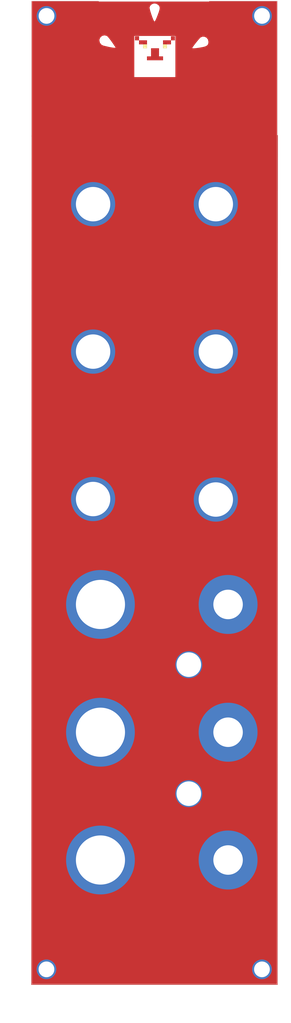
<source format=kicad_pcb>
(kicad_pcb (version 20171130) (host pcbnew "(5.1.5)-3")

  (general
    (thickness 1.6)
    (drawings 26)
    (tracks 0)
    (zones 0)
    (modules 25)
    (nets 2)
  )

  (page A4 portrait)
  (layers
    (0 F.Cu signal)
    (31 B.Cu signal)
    (32 B.Adhes user)
    (33 F.Adhes user)
    (34 B.Paste user)
    (35 F.Paste user)
    (36 B.SilkS user)
    (37 F.SilkS user)
    (38 B.Mask user)
    (39 F.Mask user)
    (40 Dwgs.User user)
    (41 Cmts.User user)
    (42 Eco1.User user)
    (43 Eco2.User user)
    (44 Edge.Cuts user)
    (45 Margin user)
    (46 B.CrtYd user)
    (47 F.CrtYd user)
    (48 B.Fab user)
    (49 F.Fab user)
  )

  (setup
    (last_trace_width 0.127)
    (user_trace_width 0.1524)
    (user_trace_width 0.254)
    (user_trace_width 0.508)
    (user_trace_width 0.762)
    (user_trace_width 1.016)
    (user_trace_width 1.6)
    (trace_clearance 0.127)
    (zone_clearance 0)
    (zone_45_only no)
    (trace_min 0.127)
    (via_size 0.6858)
    (via_drill 0.3302)
    (via_min_size 0.45)
    (via_min_drill 0.2)
    (user_via 0.508 0.254)
    (user_via 0.6858 0.3302)
    (user_via 0.8 0.4)
    (uvia_size 0.508)
    (uvia_drill 0.254)
    (uvias_allowed no)
    (uvia_min_size 0.2)
    (uvia_min_drill 0.1)
    (edge_width 0.15)
    (segment_width 0.2)
    (pcb_text_width 0.3)
    (pcb_text_size 1.5 1.5)
    (mod_edge_width 0.15)
    (mod_text_size 1 1)
    (mod_text_width 0.15)
    (pad_size 1.524 1.524)
    (pad_drill 0.762)
    (pad_to_mask_clearance 0.051)
    (solder_mask_min_width 0.25)
    (aux_axis_origin 12 12)
    (visible_elements 7FFFFFFF)
    (pcbplotparams
      (layerselection 0x010fc_ffffffff)
      (usegerberextensions false)
      (usegerberattributes false)
      (usegerberadvancedattributes false)
      (creategerberjobfile false)
      (excludeedgelayer true)
      (linewidth 0.100000)
      (plotframeref false)
      (viasonmask false)
      (mode 1)
      (useauxorigin true)
      (hpglpennumber 1)
      (hpglpenspeed 20)
      (hpglpendiameter 15.000000)
      (psnegative false)
      (psa4output false)
      (plotreference true)
      (plotvalue true)
      (plotinvisibletext false)
      (padsonsilk false)
      (subtractmaskfromsilk false)
      (outputformat 1)
      (mirror false)
      (drillshape 0)
      (scaleselection 1)
      (outputdirectory "./gerber"))
  )

  (net 0 "")
  (net 1 GND)

  (net_class Default "Ceci est la Netclass par défaut."
    (clearance 0.127)
    (trace_width 0.127)
    (via_dia 0.6858)
    (via_drill 0.3302)
    (uvia_dia 0.508)
    (uvia_drill 0.254)
    (add_net GND)
  )

  (module logo:dial_0_12 locked (layer F.Cu) (tedit 0) (tstamp 60246B4F)
    (at 49.2 112.7)
    (fp_text reference G*** (at 0 0) (layer F.SilkS) hide
      (effects (font (size 1.524 1.524) (thickness 0.3)))
    )
    (fp_text value LOGO (at 0.75 0) (layer F.SilkS) hide
      (effects (font (size 1.524 1.524) (thickness 0.3)))
    )
    (fp_poly (pts (xy -8.23438 7.696027) (xy -8.114785 8.020911) (xy -8.065037 8.521943) (xy -8.0645 8.587483)
      (xy -8.106767 9.083762) (xy -8.220366 9.423733) (xy -8.385503 9.577717) (xy -8.582379 9.516034)
      (xy -8.642374 9.453819) (xy -8.760815 9.170271) (xy -8.814598 8.749979) (xy -8.80494 8.292008)
      (xy -8.733058 7.895423) (xy -8.620555 7.677126) (xy -8.408184 7.572897) (xy -8.23438 7.696027)) (layer F.Mask) (width 0.01))
    (fp_poly (pts (xy 11.266014 8.321082) (xy 11.287279 8.584493) (xy 11.294949 8.98525) (xy 11.290825 9.432058)
      (xy 11.272497 9.759318) (xy 11.243765 9.903911) (xy 11.2395 9.906) (xy 11.177664 9.807855)
      (xy 11.176 9.779) (xy 11.06297 9.701076) (xy 10.779059 9.656256) (xy 10.642225 9.652)
      (xy 10.108451 9.652) (xy 10.571964 9.17575) (xy 10.867894 8.835647) (xy 11.09577 8.509952)
      (xy 11.161189 8.382) (xy 11.225953 8.262462) (xy 11.266014 8.321082)) (layer F.Mask) (width 0.01))
    (fp_poly (pts (xy 11.298499 -1.49225) (xy 11.297011 0.26831) (xy 11.294221 1.79021) (xy 11.289825 3.088786)
      (xy 11.283521 4.179373) (xy 11.275005 5.07731) (xy 11.263975 5.797933) (xy 11.250128 6.356578)
      (xy 11.233161 6.768583) (xy 11.212771 7.049284) (xy 11.188655 7.214019) (xy 11.16051 7.278123)
      (xy 11.128033 7.256934) (xy 11.12577 7.252979) (xy 10.878788 6.951443) (xy 10.65402 6.781229)
      (xy 10.219997 6.633291) (xy 9.756959 6.62015) (xy 9.318917 6.720185) (xy 8.959881 6.911781)
      (xy 8.733864 7.173318) (xy 8.694876 7.483178) (xy 8.717073 7.5565) (xy 8.863425 7.713688)
      (xy 9.149452 7.725935) (xy 9.610567 7.594727) (xy 9.612482 7.594035) (xy 9.924138 7.507816)
      (xy 10.122965 7.549632) (xy 10.249333 7.654904) (xy 10.331393 7.760151) (xy 10.338121 7.877761)
      (xy 10.245637 8.045839) (xy 10.030059 8.302491) (xy 9.667509 8.685821) (xy 9.486083 8.872785)
      (xy 9.014547 9.370746) (xy 8.711674 9.732487) (xy 8.558455 9.992945) (xy 8.535884 10.187059)
      (xy 8.624951 10.349767) (xy 8.6614 10.3886) (xy 8.867605 10.467303) (xy 9.250576 10.518241)
      (xy 9.734598 10.541416) (xy 10.243961 10.536826) (xy 10.702949 10.504471) (xy 11.035852 10.444352)
      (xy 11.1506 10.388599) (xy 11.273767 10.314149) (xy 11.302999 10.452099) (xy 11.290706 10.489561)
      (xy 11.243522 10.52244) (xy 11.145988 10.551033) (xy 10.982646 10.575639) (xy 10.738039 10.596553)
      (xy 10.396709 10.614072) (xy 9.943197 10.628495) (xy 9.362047 10.640116) (xy 8.637799 10.649234)
      (xy 7.754997 10.656145) (xy 6.698181 10.661147) (xy 5.451895 10.664535) (xy 4.00068 10.666608)
      (xy 2.329078 10.667662) (xy 0.421631 10.667994) (xy 0.0635 10.668) (xy -11.176 10.668)
      (xy -11.176 8.419493) (xy -9.730291 8.419493) (xy -9.709435 9.08297) (xy -9.554556 9.654708)
      (xy -9.285421 10.103814) (xy -8.921793 10.399393) (xy -8.483441 10.510551) (xy -7.990128 10.406394)
      (xy -7.892419 10.360024) (xy -7.542858 10.046774) (xy -7.290891 9.554649) (xy -7.152226 8.945211)
      (xy -7.142575 8.280025) (xy -7.194274 7.986368) (xy 5.842 7.986368) (xy 5.948544 8.222791)
      (xy 6.208733 8.342551) (xy 6.522608 8.307792) (xy 6.642423 8.297034) (xy 6.705653 8.416104)
      (xy 6.729026 8.715092) (xy 6.731 8.931865) (xy 6.724613 9.333821) (xy 6.681163 9.547604)
      (xy 6.564216 9.639039) (xy 6.337337 9.673954) (xy 6.31929 9.675703) (xy 5.98397 9.789752)
      (xy 5.847 10.015909) (xy 5.933963 10.303716) (xy 5.974063 10.3566) (xy 6.170409 10.444491)
      (xy 6.541285 10.50659) (xy 7.008291 10.540369) (xy 7.493024 10.543303) (xy 7.917083 10.512865)
      (xy 8.202067 10.446528) (xy 8.234361 10.429442) (xy 8.350409 10.232831) (xy 8.361361 10.018637)
      (xy 8.24733 9.77231) (xy 7.96925 9.675314) (xy 7.62 9.635128) (xy 7.62 8.365215)
      (xy 7.599688 7.601604) (xy 7.535461 7.068366) (xy 7.422379 6.744882) (xy 7.255502 6.610533)
      (xy 7.198101 6.604) (xy 6.993955 6.695488) (xy 6.699694 6.928216) (xy 6.376738 7.239574)
      (xy 6.086505 7.566955) (xy 5.890413 7.847749) (xy 5.842 7.986368) (xy -7.194274 7.986368)
      (xy -7.232006 7.772051) (xy -7.481682 7.185966) (xy -7.845186 6.803848) (xy -8.297039 6.640409)
      (xy -8.811762 6.710363) (xy -8.96209 6.773019) (xy -9.227494 6.937457) (xy -9.407193 7.172446)
      (xy -9.556076 7.557663) (xy -9.597358 7.695172) (xy -9.730291 8.419493) (xy -11.176 8.419493)
      (xy -11.176 0.314587) (xy -10.670828 0.314587) (xy -10.631368 1.552965) (xy -10.480796 2.707793)
      (xy -10.407911 3.048) (xy -10.207118 3.779721) (xy -9.973414 4.459322) (xy -9.72567 5.045699)
      (xy -9.482754 5.497751) (xy -9.263538 5.774377) (xy -9.1252 5.842) (xy -8.92894 5.811484)
      (xy -8.89 5.774278) (xy -8.942843 5.632026) (xy -9.07847 5.339805) (xy -9.195174 5.104324)
      (xy -9.600148 4.198585) (xy -9.872654 3.310589) (xy -10.029894 2.360575) (xy -10.089067 1.268782)
      (xy -10.090514 0.9525) (xy -10.081985 0.228844) (xy -10.055933 -0.314376) (xy -10.002537 -0.750605)
      (xy -9.911977 -1.153291) (xy -9.774434 -1.59588) (xy -9.733927 -1.7145) (xy -9.114888 -3.143696)
      (xy -8.295422 -4.419045) (xy -7.428476 -5.3975) (xy -6.341835 -6.327817) (xy -5.179437 -7.042946)
      (xy -3.878709 -7.581355) (xy -3.8735 -7.583087) (xy -3.415379 -7.72564) (xy -3.008304 -7.822081)
      (xy -2.581242 -7.881292) (xy -2.063163 -7.912155) (xy -1.383036 -7.92355) (xy -1.143 -7.924486)
      (xy -0.409079 -7.92085) (xy 0.14122 -7.900377) (xy 0.578146 -7.854381) (xy 0.971946 -7.774176)
      (xy 1.392867 -7.651079) (xy 1.5875 -7.586899) (xy 2.853748 -7.066119) (xy 3.97466 -6.389756)
      (xy 5.022597 -5.512739) (xy 5.206074 -5.333075) (xy 6.198311 -4.186026) (xy 6.951465 -2.961889)
      (xy 7.473411 -1.642974) (xy 7.772024 -0.211588) (xy 7.841935 0.588644) (xy 7.816469 1.991469)
      (xy 7.583952 3.303471) (xy 7.130146 4.59917) (xy 7.035047 4.812135) (xy 6.835527 5.251819)
      (xy 6.684992 5.593483) (xy 6.60866 5.779546) (xy 6.604 5.796385) (xy 6.722591 5.814441)
      (xy 7.044745 5.82912) (xy 7.52003 5.838828) (xy 8.047496 5.842) (xy 9.490992 5.842)
      (xy 9.880178 4.971603) (xy 10.113785 4.40734) (xy 10.334631 3.804507) (xy 10.47755 3.352353)
      (xy 10.599414 2.751938) (xy 10.691636 1.979105) (xy 10.750713 1.114084) (xy 10.773146 0.237107)
      (xy 10.755431 -0.571591) (xy 10.694067 -1.231781) (xy 10.681106 -1.311753) (xy 10.27947 -2.903982)
      (xy 9.656552 -4.388193) (xy 8.828313 -5.747105) (xy 7.810713 -6.963438) (xy 6.619711 -8.01991)
      (xy 5.271265 -8.899241) (xy 3.781337 -9.58415) (xy 2.7305 -9.920683) (xy 1.782474 -10.102915)
      (xy 0.689913 -10.196168) (xy -0.453816 -10.20044) (xy -1.555344 -10.115733) (xy -2.521302 -9.942046)
      (xy -2.6035 -9.920683) (xy -4.185647 -9.371702) (xy -5.634548 -8.61772) (xy -6.934488 -7.674674)
      (xy -8.069752 -6.558505) (xy -9.024623 -5.285151) (xy -9.783388 -3.870552) (xy -10.330331 -2.330646)
      (xy -10.415764 -1.997188) (xy -10.599013 -0.903433) (xy -10.670828 0.314587) (xy -11.176 0.314587)
      (xy -11.176 -10.541) (xy 11.303 -10.541) (xy 11.298499 -1.49225)) (layer F.Mask) (width 0.01))
  )

  (module logo:dial_0_12 locked (layer F.Cu) (tedit 0) (tstamp 60246B33)
    (at 49.2 53.1)
    (fp_text reference G*** (at 0 0) (layer F.SilkS) hide
      (effects (font (size 1.524 1.524) (thickness 0.3)))
    )
    (fp_text value LOGO (at 0.75 0) (layer F.SilkS) hide
      (effects (font (size 1.524 1.524) (thickness 0.3)))
    )
    (fp_poly (pts (xy 11.298499 -1.49225) (xy 11.297011 0.26831) (xy 11.294221 1.79021) (xy 11.289825 3.088786)
      (xy 11.283521 4.179373) (xy 11.275005 5.07731) (xy 11.263975 5.797933) (xy 11.250128 6.356578)
      (xy 11.233161 6.768583) (xy 11.212771 7.049284) (xy 11.188655 7.214019) (xy 11.16051 7.278123)
      (xy 11.128033 7.256934) (xy 11.12577 7.252979) (xy 10.878788 6.951443) (xy 10.65402 6.781229)
      (xy 10.219997 6.633291) (xy 9.756959 6.62015) (xy 9.318917 6.720185) (xy 8.959881 6.911781)
      (xy 8.733864 7.173318) (xy 8.694876 7.483178) (xy 8.717073 7.5565) (xy 8.863425 7.713688)
      (xy 9.149452 7.725935) (xy 9.610567 7.594727) (xy 9.612482 7.594035) (xy 9.924138 7.507816)
      (xy 10.122965 7.549632) (xy 10.249333 7.654904) (xy 10.331393 7.760151) (xy 10.338121 7.877761)
      (xy 10.245637 8.045839) (xy 10.030059 8.302491) (xy 9.667509 8.685821) (xy 9.486083 8.872785)
      (xy 9.014547 9.370746) (xy 8.711674 9.732487) (xy 8.558455 9.992945) (xy 8.535884 10.187059)
      (xy 8.624951 10.349767) (xy 8.6614 10.3886) (xy 8.867605 10.467303) (xy 9.250576 10.518241)
      (xy 9.734598 10.541416) (xy 10.243961 10.536826) (xy 10.702949 10.504471) (xy 11.035852 10.444352)
      (xy 11.1506 10.388599) (xy 11.273767 10.314149) (xy 11.302999 10.452099) (xy 11.290706 10.489561)
      (xy 11.243522 10.52244) (xy 11.145988 10.551033) (xy 10.982646 10.575639) (xy 10.738039 10.596553)
      (xy 10.396709 10.614072) (xy 9.943197 10.628495) (xy 9.362047 10.640116) (xy 8.637799 10.649234)
      (xy 7.754997 10.656145) (xy 6.698181 10.661147) (xy 5.451895 10.664535) (xy 4.00068 10.666608)
      (xy 2.329078 10.667662) (xy 0.421631 10.667994) (xy 0.0635 10.668) (xy -11.176 10.668)
      (xy -11.176 8.419493) (xy -9.730291 8.419493) (xy -9.709435 9.08297) (xy -9.554556 9.654708)
      (xy -9.285421 10.103814) (xy -8.921793 10.399393) (xy -8.483441 10.510551) (xy -7.990128 10.406394)
      (xy -7.892419 10.360024) (xy -7.542858 10.046774) (xy -7.290891 9.554649) (xy -7.152226 8.945211)
      (xy -7.142575 8.280025) (xy -7.194274 7.986368) (xy 5.842 7.986368) (xy 5.948544 8.222791)
      (xy 6.208733 8.342551) (xy 6.522608 8.307792) (xy 6.642423 8.297034) (xy 6.705653 8.416104)
      (xy 6.729026 8.715092) (xy 6.731 8.931865) (xy 6.724613 9.333821) (xy 6.681163 9.547604)
      (xy 6.564216 9.639039) (xy 6.337337 9.673954) (xy 6.31929 9.675703) (xy 5.98397 9.789752)
      (xy 5.847 10.015909) (xy 5.933963 10.303716) (xy 5.974063 10.3566) (xy 6.170409 10.444491)
      (xy 6.541285 10.50659) (xy 7.008291 10.540369) (xy 7.493024 10.543303) (xy 7.917083 10.512865)
      (xy 8.202067 10.446528) (xy 8.234361 10.429442) (xy 8.350409 10.232831) (xy 8.361361 10.018637)
      (xy 8.24733 9.77231) (xy 7.96925 9.675314) (xy 7.62 9.635128) (xy 7.62 8.365215)
      (xy 7.599688 7.601604) (xy 7.535461 7.068366) (xy 7.422379 6.744882) (xy 7.255502 6.610533)
      (xy 7.198101 6.604) (xy 6.993955 6.695488) (xy 6.699694 6.928216) (xy 6.376738 7.239574)
      (xy 6.086505 7.566955) (xy 5.890413 7.847749) (xy 5.842 7.986368) (xy -7.194274 7.986368)
      (xy -7.232006 7.772051) (xy -7.481682 7.185966) (xy -7.845186 6.803848) (xy -8.297039 6.640409)
      (xy -8.811762 6.710363) (xy -8.96209 6.773019) (xy -9.227494 6.937457) (xy -9.407193 7.172446)
      (xy -9.556076 7.557663) (xy -9.597358 7.695172) (xy -9.730291 8.419493) (xy -11.176 8.419493)
      (xy -11.176 0.314587) (xy -10.670828 0.314587) (xy -10.631368 1.552965) (xy -10.480796 2.707793)
      (xy -10.407911 3.048) (xy -10.207118 3.779721) (xy -9.973414 4.459322) (xy -9.72567 5.045699)
      (xy -9.482754 5.497751) (xy -9.263538 5.774377) (xy -9.1252 5.842) (xy -8.92894 5.811484)
      (xy -8.89 5.774278) (xy -8.942843 5.632026) (xy -9.07847 5.339805) (xy -9.195174 5.104324)
      (xy -9.600148 4.198585) (xy -9.872654 3.310589) (xy -10.029894 2.360575) (xy -10.089067 1.268782)
      (xy -10.090514 0.9525) (xy -10.081985 0.228844) (xy -10.055933 -0.314376) (xy -10.002537 -0.750605)
      (xy -9.911977 -1.153291) (xy -9.774434 -1.59588) (xy -9.733927 -1.7145) (xy -9.114888 -3.143696)
      (xy -8.295422 -4.419045) (xy -7.428476 -5.3975) (xy -6.341835 -6.327817) (xy -5.179437 -7.042946)
      (xy -3.878709 -7.581355) (xy -3.8735 -7.583087) (xy -3.415379 -7.72564) (xy -3.008304 -7.822081)
      (xy -2.581242 -7.881292) (xy -2.063163 -7.912155) (xy -1.383036 -7.92355) (xy -1.143 -7.924486)
      (xy -0.409079 -7.92085) (xy 0.14122 -7.900377) (xy 0.578146 -7.854381) (xy 0.971946 -7.774176)
      (xy 1.392867 -7.651079) (xy 1.5875 -7.586899) (xy 2.853748 -7.066119) (xy 3.97466 -6.389756)
      (xy 5.022597 -5.512739) (xy 5.206074 -5.333075) (xy 6.198311 -4.186026) (xy 6.951465 -2.961889)
      (xy 7.473411 -1.642974) (xy 7.772024 -0.211588) (xy 7.841935 0.588644) (xy 7.816469 1.991469)
      (xy 7.583952 3.303471) (xy 7.130146 4.59917) (xy 7.035047 4.812135) (xy 6.835527 5.251819)
      (xy 6.684992 5.593483) (xy 6.60866 5.779546) (xy 6.604 5.796385) (xy 6.722591 5.814441)
      (xy 7.044745 5.82912) (xy 7.52003 5.838828) (xy 8.047496 5.842) (xy 9.490992 5.842)
      (xy 9.880178 4.971603) (xy 10.113785 4.40734) (xy 10.334631 3.804507) (xy 10.47755 3.352353)
      (xy 10.599414 2.751938) (xy 10.691636 1.979105) (xy 10.750713 1.114084) (xy 10.773146 0.237107)
      (xy 10.755431 -0.571591) (xy 10.694067 -1.231781) (xy 10.681106 -1.311753) (xy 10.27947 -2.903982)
      (xy 9.656552 -4.388193) (xy 8.828313 -5.747105) (xy 7.810713 -6.963438) (xy 6.619711 -8.01991)
      (xy 5.271265 -8.899241) (xy 3.781337 -9.58415) (xy 2.7305 -9.920683) (xy 1.782474 -10.102915)
      (xy 0.689913 -10.196168) (xy -0.453816 -10.20044) (xy -1.555344 -10.115733) (xy -2.521302 -9.942046)
      (xy -2.6035 -9.920683) (xy -4.185647 -9.371702) (xy -5.634548 -8.61772) (xy -6.934488 -7.674674)
      (xy -8.069752 -6.558505) (xy -9.024623 -5.285151) (xy -9.783388 -3.870552) (xy -10.330331 -2.330646)
      (xy -10.415764 -1.997188) (xy -10.599013 -0.903433) (xy -10.670828 0.314587) (xy -11.176 0.314587)
      (xy -11.176 -10.541) (xy 11.303 -10.541) (xy 11.298499 -1.49225)) (layer F.Mask) (width 0.01))
    (fp_poly (pts (xy 11.266014 8.321082) (xy 11.287279 8.584493) (xy 11.294949 8.98525) (xy 11.290825 9.432058)
      (xy 11.272497 9.759318) (xy 11.243765 9.903911) (xy 11.2395 9.906) (xy 11.177664 9.807855)
      (xy 11.176 9.779) (xy 11.06297 9.701076) (xy 10.779059 9.656256) (xy 10.642225 9.652)
      (xy 10.108451 9.652) (xy 10.571964 9.17575) (xy 10.867894 8.835647) (xy 11.09577 8.509952)
      (xy 11.161189 8.382) (xy 11.225953 8.262462) (xy 11.266014 8.321082)) (layer F.Mask) (width 0.01))
    (fp_poly (pts (xy -8.23438 7.696027) (xy -8.114785 8.020911) (xy -8.065037 8.521943) (xy -8.0645 8.587483)
      (xy -8.106767 9.083762) (xy -8.220366 9.423733) (xy -8.385503 9.577717) (xy -8.582379 9.516034)
      (xy -8.642374 9.453819) (xy -8.760815 9.170271) (xy -8.814598 8.749979) (xy -8.80494 8.292008)
      (xy -8.733058 7.895423) (xy -8.620555 7.677126) (xy -8.408184 7.572897) (xy -8.23438 7.696027)) (layer F.Mask) (width 0.01))
  )

  (module logo:dial_2_2 locked (layer F.Cu) (tedit 0) (tstamp 60246558)
    (at 24.6 111.7)
    (fp_text reference G*** (at 0 0) (layer F.SilkS) hide
      (effects (font (size 1.524 1.524) (thickness 0.3)))
    )
    (fp_text value LOGO (at 0.75 0) (layer F.SilkS) hide
      (effects (font (size 1.524 1.524) (thickness 0.3)))
    )
    (fp_poly (pts (xy 11.049 12.7) (xy -10.922 12.7) (xy -10.922 11.99096) (xy -9.643256 11.99096)
      (xy -9.606128 12.186134) (xy -9.563042 12.238625) (xy -9.405058 12.273476) (xy -9.053783 12.294001)
      (xy -8.569649 12.297743) (xy -8.261292 12.291541) (xy -7.69947 12.271668) (xy -7.342484 12.243657)
      (xy -7.141223 12.194241) (xy -7.046576 12.110156) (xy -7.015074 11.998189) (xy 6.144516 11.998189)
      (xy 6.156188 12.054566) (xy 6.213912 12.175986) (xy 6.327058 12.253311) (xy 6.545311 12.29637)
      (xy 6.918355 12.31499) (xy 7.493 12.319) (xy 8.068468 12.315281) (xy 8.439923 12.297266)
      (xy 8.657319 12.254667) (xy 8.770611 12.177196) (xy 8.829754 12.054564) (xy 8.833505 12.042926)
      (xy 8.817023 11.750778) (xy 8.590946 11.537093) (xy 8.195503 11.434479) (xy 8.077284 11.43)
      (xy 7.694115 11.43) (xy 8.238369 10.875445) (xy 8.683565 10.315037) (xy 8.878332 9.795865)
      (xy 8.822766 9.31729) (xy 8.534668 8.89613) (xy 8.246807 8.651936) (xy 7.95216 8.537987)
      (xy 7.530931 8.50903) (xy 7.509851 8.509) (xy 7.027002 8.549042) (xy 6.678816 8.691307)
      (xy 6.526314 8.806487) (xy 6.302034 9.108163) (xy 6.289371 9.384005) (xy 6.447887 9.576801)
      (xy 6.737145 9.629342) (xy 7.038113 9.530558) (xy 7.377157 9.426295) (xy 7.708692 9.439165)
      (xy 7.935141 9.559496) (xy 7.970806 9.623012) (xy 7.908689 9.774144) (xy 7.699472 10.059546)
      (xy 7.37756 10.435802) (xy 7.048134 10.787328) (xy 6.603743 11.256652) (xy 6.321878 11.590938)
      (xy 6.177236 11.826135) (xy 6.144516 11.998189) (xy -7.015074 11.998189) (xy -7.009431 11.978134)
      (xy -7.005639 11.952362) (xy -7.050009 11.646652) (xy -7.297416 11.476623) (xy -7.667925 11.431944)
      (xy -8.03335 11.43) (xy -7.509175 10.861337) (xy -7.205536 10.504715) (xy -7.047355 10.218479)
      (xy -6.989917 9.904637) (xy -6.985 9.712564) (xy -7.027848 9.265875) (xy -7.183002 8.948457)
      (xy -7.296728 8.820727) (xy -7.649414 8.598941) (xy -8.093521 8.498134) (xy -8.565532 8.507727)
      (xy -9.00193 8.617135) (xy -9.339199 8.815779) (xy -9.513821 9.093076) (xy -9.525 9.191949)
      (xy -9.421687 9.464666) (xy -9.163758 9.596668) (xy -8.829233 9.54921) (xy -8.816764 9.543671)
      (xy -8.451657 9.430338) (xy -8.185525 9.398) (xy -7.918113 9.466165) (xy -7.863134 9.668603)
      (xy -8.019368 10.002227) (xy -8.385594 10.463947) (xy -8.763 10.8585) (xy -9.237358 11.354168)
      (xy -9.525554 11.722647) (xy -9.643256 11.99096) (xy -10.922 11.99096) (xy -10.922 8.001)
      (xy 6.760304 8.001) (xy 8.371292 8.001) (xy 8.715884 7.412998) (xy 9.273052 6.235441)
      (xy 9.665977 4.915273) (xy 9.889021 3.508276) (xy 9.936545 2.070236) (xy 9.802911 0.656935)
      (xy 9.521204 -0.553891) (xy 9.262922 -1.39011) (xy 8.600211 -1.128922) (xy 8.235266 -0.982936)
      (xy 7.985348 -0.878878) (xy 7.915588 -0.845873) (xy 7.932738 -0.721816) (xy 7.998761 -0.417608)
      (xy 8.099327 0.000744) (xy 8.222134 0.712915) (xy 8.287346 1.641572) (xy 8.299391 2.4765)
      (xy 8.289385 3.225846) (xy 8.258424 3.802361) (xy 8.196342 4.286987) (xy 8.092968 4.760665)
      (xy 7.948386 5.2705) (xy 7.737424 5.89831) (xy 7.48538 6.545819) (xy 7.238793 7.095473)
      (xy 7.181636 7.20725) (xy 6.760304 8.001) (xy -10.922 8.001) (xy -10.922 1.823107)
      (xy -10.585082 1.823107) (xy -10.578215 3.41877) (xy -10.320733 4.973997) (xy -9.812655 6.48831)
      (xy -9.508594 7.14375) (xy -9.140344 7.874) (xy -7.482293 7.874) (xy -7.79769 7.33425)
      (xy -7.979235 6.971605) (xy -8.200574 6.453675) (xy -8.425493 5.867535) (xy -8.523931 5.588)
      (xy -8.703492 5.032033) (xy -8.826042 4.557461) (xy -8.904893 4.082148) (xy -8.953353 3.523961)
      (xy -8.984733 2.800765) (xy -8.986993 2.7305) (xy -8.983407 1.542016) (xy -8.897545 0.48202)
      (xy -8.734255 -0.406505) (xy -8.577335 -0.901277) (xy -8.589953 -1.04967) (xy -8.777268 -1.201107)
      (xy -9.143653 -1.372885) (xy -9.54976 -1.521517) (xy -9.774038 -1.548008) (xy -9.846893 -1.487609)
      (xy -10.341314 0.187488) (xy -10.585082 1.823107) (xy -10.922 1.823107) (xy -10.922 -1.885214)
      (xy -9.641578 -1.885214) (xy -9.625605 -1.836272) (xy -9.491909 -1.764202) (xy -9.203833 -1.632528)
      (xy -9.02577 -1.555561) (xy -8.471058 -1.319975) (xy -7.925089 -2.410601) (xy -7.573304 -3.038871)
      (xy -7.136257 -3.714785) (xy -6.697621 -4.310541) (xy -6.615932 -4.410179) (xy -6.261774 -4.836577)
      (xy -6.214767 -4.898922) (xy 5.491096 -4.898922) (xy 6.048489 -4.214664) (xy 6.523241 -3.56851)
      (xy 6.983732 -2.831062) (xy 7.375393 -2.096153) (xy 7.63177 -1.49225) (xy 7.744228 -1.192362)
      (xy 7.821274 -1.027172) (xy 7.832615 -1.016) (xy 7.956925 -1.064985) (xy 8.238811 -1.190725)
      (xy 8.473852 -1.299217) (xy 8.821612 -1.462095) (xy 9.059809 -1.574644) (xy 9.121109 -1.60441)
      (xy 9.102218 -1.726627) (xy 8.971813 -2.007955) (xy 8.759251 -2.396149) (xy 8.493888 -2.838964)
      (xy 8.20508 -3.284155) (xy 8.06021 -3.4925) (xy 7.670615 -3.993491) (xy 7.201796 -4.534944)
      (xy 6.815136 -4.939325) (xy 6.11491 -5.624149) (xy 5.803003 -5.261536) (xy 5.491096 -4.898922)
      (xy -6.214767 -4.898922) (xy -6.050118 -5.117289) (xy -5.95926 -5.300418) (xy -5.967497 -5.434064)
      (xy -6.053125 -5.566328) (xy -6.079475 -5.59913) (xy -6.223043 -5.744652) (xy -6.373016 -5.791519)
      (xy -6.566566 -5.721125) (xy -6.840863 -5.514865) (xy -7.233082 -5.154132) (xy -7.5153 -4.880438)
      (xy -7.911192 -4.461419) (xy -8.323665 -3.971222) (xy -8.724341 -3.45078) (xy -9.084847 -2.941026)
      (xy -9.376805 -2.482892) (xy -9.57184 -2.11731) (xy -9.641578 -1.885214) (xy -10.922 -1.885214)
      (xy -10.922 -6.0342) (xy -6.073503 -6.0342) (xy -6.0639 -5.904341) (xy -5.916287 -5.726919)
      (xy -5.684356 -5.555464) (xy -5.536973 -5.571147) (xy -5.366366 -5.702186) (xy -5.064327 -5.932027)
      (xy -4.7625 -6.160757) (xy -4.381567 -6.419694) (xy -3.892848 -6.711168) (xy -3.354819 -7.005136)
      (xy -2.825955 -7.271555) (xy -2.364731 -7.480382) (xy -2.029621 -7.601572) (xy -1.922302 -7.62)
      (xy -1.796592 -7.657281) (xy -1.80815 -7.692484) (xy -1.9935 -7.719497) (xy -2.360274 -7.654953)
      (xy -2.86056 -7.51647) (xy -3.446445 -7.321671) (xy -4.070014 -7.088175) (xy -4.683355 -6.833603)
      (xy -5.238553 -6.575576) (xy -5.687697 -6.331713) (xy -5.903815 -6.186272) (xy -6.073503 -6.0342)
      (xy -10.922 -6.0342) (xy -10.922 -7.730319) (xy 1.077549 -7.730319) (xy 1.127472 -7.677769)
      (xy 1.394891 -7.566054) (xy 1.400663 -7.563924) (xy 2.070403 -7.277392) (xy 2.803287 -6.898704)
      (xy 3.535374 -6.467157) (xy 4.202721 -6.022049) (xy 4.741388 -5.602679) (xy 5.004433 -5.349064)
      (xy 5.218808 -5.139377) (xy 5.373888 -5.121356) (xy 5.553487 -5.304183) (xy 5.63853 -5.418529)
      (xy 5.793706 -5.654107) (xy 5.785528 -5.798015) (xy 5.601312 -5.963073) (xy 5.57503 -5.98331)
      (xy 5.017238 -6.346827) (xy 4.292587 -6.724163) (xy 3.482846 -7.077188) (xy 2.669787 -7.367771)
      (xy 2.489314 -7.422226) (xy 1.951006 -7.569659) (xy 1.517492 -7.672597) (xy 1.216948 -7.727373)
      (xy 1.077549 -7.730319) (xy -10.922 -7.730319) (xy -10.922 -10.236354) (xy -1.626865 -10.236354)
      (xy -1.565099 -9.562262) (xy -1.361926 -9.009886) (xy -1.032376 -8.61289) (xy -0.591481 -8.404938)
      (xy -0.363938 -8.382) (xy 0.107699 -8.45791) (xy 0.439824 -8.683279) (xy 0.768665 -9.149042)
      (xy 0.953165 -9.704817) (xy 1.003576 -10.301623) (xy 0.930151 -10.89048) (xy 0.743143 -11.422406)
      (xy 0.452803 -11.848419) (xy 0.069385 -12.119539) (xy -0.294601 -12.192) (xy -0.816568 -12.085007)
      (xy -1.208541 -11.762267) (xy -1.473257 -11.221142) (xy -1.532193 -10.998499) (xy -1.626865 -10.236354)
      (xy -10.922 -10.236354) (xy -10.922 -12.573) (xy 11.049 -12.573) (xy 11.049 12.7)) (layer F.Mask) (width 0.01))
    (fp_poly (pts (xy -0.200417 -11.212088) (xy -0.028223 -10.920671) (xy 0.015004 -10.795001) (xy 0.088888 -10.367214)
      (xy 0.069073 -9.964283) (xy -0.022563 -9.624904) (xy -0.164141 -9.387775) (xy -0.333783 -9.291593)
      (xy -0.509611 -9.375054) (xy -0.649179 -9.62025) (xy -0.710574 -9.951149) (xy -0.715878 -10.393532)
      (xy -0.671261 -10.832615) (xy -0.582894 -11.153613) (xy -0.564991 -11.186533) (xy -0.39246 -11.309566)
      (xy -0.200417 -11.212088)) (layer F.Mask) (width 0.01))
  )

  (module logo:dial_2_2 locked (layer F.Cu) (tedit 0) (tstamp 60245F96)
    (at 24.6 52.1)
    (fp_text reference G*** (at 0 0) (layer F.SilkS) hide
      (effects (font (size 1.524 1.524) (thickness 0.3)))
    )
    (fp_text value LOGO (at 0.75 0) (layer F.SilkS) hide
      (effects (font (size 1.524 1.524) (thickness 0.3)))
    )
    (fp_poly (pts (xy 11.049 12.7) (xy -10.922 12.7) (xy -10.922 11.99096) (xy -9.643256 11.99096)
      (xy -9.606128 12.186134) (xy -9.563042 12.238625) (xy -9.405058 12.273476) (xy -9.053783 12.294001)
      (xy -8.569649 12.297743) (xy -8.261292 12.291541) (xy -7.69947 12.271668) (xy -7.342484 12.243657)
      (xy -7.141223 12.194241) (xy -7.046576 12.110156) (xy -7.015074 11.998189) (xy 6.144516 11.998189)
      (xy 6.156188 12.054566) (xy 6.213912 12.175986) (xy 6.327058 12.253311) (xy 6.545311 12.29637)
      (xy 6.918355 12.31499) (xy 7.493 12.319) (xy 8.068468 12.315281) (xy 8.439923 12.297266)
      (xy 8.657319 12.254667) (xy 8.770611 12.177196) (xy 8.829754 12.054564) (xy 8.833505 12.042926)
      (xy 8.817023 11.750778) (xy 8.590946 11.537093) (xy 8.195503 11.434479) (xy 8.077284 11.43)
      (xy 7.694115 11.43) (xy 8.238369 10.875445) (xy 8.683565 10.315037) (xy 8.878332 9.795865)
      (xy 8.822766 9.31729) (xy 8.534668 8.89613) (xy 8.246807 8.651936) (xy 7.95216 8.537987)
      (xy 7.530931 8.50903) (xy 7.509851 8.509) (xy 7.027002 8.549042) (xy 6.678816 8.691307)
      (xy 6.526314 8.806487) (xy 6.302034 9.108163) (xy 6.289371 9.384005) (xy 6.447887 9.576801)
      (xy 6.737145 9.629342) (xy 7.038113 9.530558) (xy 7.377157 9.426295) (xy 7.708692 9.439165)
      (xy 7.935141 9.559496) (xy 7.970806 9.623012) (xy 7.908689 9.774144) (xy 7.699472 10.059546)
      (xy 7.37756 10.435802) (xy 7.048134 10.787328) (xy 6.603743 11.256652) (xy 6.321878 11.590938)
      (xy 6.177236 11.826135) (xy 6.144516 11.998189) (xy -7.015074 11.998189) (xy -7.009431 11.978134)
      (xy -7.005639 11.952362) (xy -7.050009 11.646652) (xy -7.297416 11.476623) (xy -7.667925 11.431944)
      (xy -8.03335 11.43) (xy -7.509175 10.861337) (xy -7.205536 10.504715) (xy -7.047355 10.218479)
      (xy -6.989917 9.904637) (xy -6.985 9.712564) (xy -7.027848 9.265875) (xy -7.183002 8.948457)
      (xy -7.296728 8.820727) (xy -7.649414 8.598941) (xy -8.093521 8.498134) (xy -8.565532 8.507727)
      (xy -9.00193 8.617135) (xy -9.339199 8.815779) (xy -9.513821 9.093076) (xy -9.525 9.191949)
      (xy -9.421687 9.464666) (xy -9.163758 9.596668) (xy -8.829233 9.54921) (xy -8.816764 9.543671)
      (xy -8.451657 9.430338) (xy -8.185525 9.398) (xy -7.918113 9.466165) (xy -7.863134 9.668603)
      (xy -8.019368 10.002227) (xy -8.385594 10.463947) (xy -8.763 10.8585) (xy -9.237358 11.354168)
      (xy -9.525554 11.722647) (xy -9.643256 11.99096) (xy -10.922 11.99096) (xy -10.922 8.001)
      (xy 6.760304 8.001) (xy 8.371292 8.001) (xy 8.715884 7.412998) (xy 9.273052 6.235441)
      (xy 9.665977 4.915273) (xy 9.889021 3.508276) (xy 9.936545 2.070236) (xy 9.802911 0.656935)
      (xy 9.521204 -0.553891) (xy 9.262922 -1.39011) (xy 8.600211 -1.128922) (xy 8.235266 -0.982936)
      (xy 7.985348 -0.878878) (xy 7.915588 -0.845873) (xy 7.932738 -0.721816) (xy 7.998761 -0.417608)
      (xy 8.099327 0.000744) (xy 8.222134 0.712915) (xy 8.287346 1.641572) (xy 8.299391 2.4765)
      (xy 8.289385 3.225846) (xy 8.258424 3.802361) (xy 8.196342 4.286987) (xy 8.092968 4.760665)
      (xy 7.948386 5.2705) (xy 7.737424 5.89831) (xy 7.48538 6.545819) (xy 7.238793 7.095473)
      (xy 7.181636 7.20725) (xy 6.760304 8.001) (xy -10.922 8.001) (xy -10.922 1.823107)
      (xy -10.585082 1.823107) (xy -10.578215 3.41877) (xy -10.320733 4.973997) (xy -9.812655 6.48831)
      (xy -9.508594 7.14375) (xy -9.140344 7.874) (xy -7.482293 7.874) (xy -7.79769 7.33425)
      (xy -7.979235 6.971605) (xy -8.200574 6.453675) (xy -8.425493 5.867535) (xy -8.523931 5.588)
      (xy -8.703492 5.032033) (xy -8.826042 4.557461) (xy -8.904893 4.082148) (xy -8.953353 3.523961)
      (xy -8.984733 2.800765) (xy -8.986993 2.7305) (xy -8.983407 1.542016) (xy -8.897545 0.48202)
      (xy -8.734255 -0.406505) (xy -8.577335 -0.901277) (xy -8.589953 -1.04967) (xy -8.777268 -1.201107)
      (xy -9.143653 -1.372885) (xy -9.54976 -1.521517) (xy -9.774038 -1.548008) (xy -9.846893 -1.487609)
      (xy -10.341314 0.187488) (xy -10.585082 1.823107) (xy -10.922 1.823107) (xy -10.922 -1.885214)
      (xy -9.641578 -1.885214) (xy -9.625605 -1.836272) (xy -9.491909 -1.764202) (xy -9.203833 -1.632528)
      (xy -9.02577 -1.555561) (xy -8.471058 -1.319975) (xy -7.925089 -2.410601) (xy -7.573304 -3.038871)
      (xy -7.136257 -3.714785) (xy -6.697621 -4.310541) (xy -6.615932 -4.410179) (xy -6.261774 -4.836577)
      (xy -6.214767 -4.898922) (xy 5.491096 -4.898922) (xy 6.048489 -4.214664) (xy 6.523241 -3.56851)
      (xy 6.983732 -2.831062) (xy 7.375393 -2.096153) (xy 7.63177 -1.49225) (xy 7.744228 -1.192362)
      (xy 7.821274 -1.027172) (xy 7.832615 -1.016) (xy 7.956925 -1.064985) (xy 8.238811 -1.190725)
      (xy 8.473852 -1.299217) (xy 8.821612 -1.462095) (xy 9.059809 -1.574644) (xy 9.121109 -1.60441)
      (xy 9.102218 -1.726627) (xy 8.971813 -2.007955) (xy 8.759251 -2.396149) (xy 8.493888 -2.838964)
      (xy 8.20508 -3.284155) (xy 8.06021 -3.4925) (xy 7.670615 -3.993491) (xy 7.201796 -4.534944)
      (xy 6.815136 -4.939325) (xy 6.11491 -5.624149) (xy 5.803003 -5.261536) (xy 5.491096 -4.898922)
      (xy -6.214767 -4.898922) (xy -6.050118 -5.117289) (xy -5.95926 -5.300418) (xy -5.967497 -5.434064)
      (xy -6.053125 -5.566328) (xy -6.079475 -5.59913) (xy -6.223043 -5.744652) (xy -6.373016 -5.791519)
      (xy -6.566566 -5.721125) (xy -6.840863 -5.514865) (xy -7.233082 -5.154132) (xy -7.5153 -4.880438)
      (xy -7.911192 -4.461419) (xy -8.323665 -3.971222) (xy -8.724341 -3.45078) (xy -9.084847 -2.941026)
      (xy -9.376805 -2.482892) (xy -9.57184 -2.11731) (xy -9.641578 -1.885214) (xy -10.922 -1.885214)
      (xy -10.922 -6.0342) (xy -6.073503 -6.0342) (xy -6.0639 -5.904341) (xy -5.916287 -5.726919)
      (xy -5.684356 -5.555464) (xy -5.536973 -5.571147) (xy -5.366366 -5.702186) (xy -5.064327 -5.932027)
      (xy -4.7625 -6.160757) (xy -4.381567 -6.419694) (xy -3.892848 -6.711168) (xy -3.354819 -7.005136)
      (xy -2.825955 -7.271555) (xy -2.364731 -7.480382) (xy -2.029621 -7.601572) (xy -1.922302 -7.62)
      (xy -1.796592 -7.657281) (xy -1.80815 -7.692484) (xy -1.9935 -7.719497) (xy -2.360274 -7.654953)
      (xy -2.86056 -7.51647) (xy -3.446445 -7.321671) (xy -4.070014 -7.088175) (xy -4.683355 -6.833603)
      (xy -5.238553 -6.575576) (xy -5.687697 -6.331713) (xy -5.903815 -6.186272) (xy -6.073503 -6.0342)
      (xy -10.922 -6.0342) (xy -10.922 -7.730319) (xy 1.077549 -7.730319) (xy 1.127472 -7.677769)
      (xy 1.394891 -7.566054) (xy 1.400663 -7.563924) (xy 2.070403 -7.277392) (xy 2.803287 -6.898704)
      (xy 3.535374 -6.467157) (xy 4.202721 -6.022049) (xy 4.741388 -5.602679) (xy 5.004433 -5.349064)
      (xy 5.218808 -5.139377) (xy 5.373888 -5.121356) (xy 5.553487 -5.304183) (xy 5.63853 -5.418529)
      (xy 5.793706 -5.654107) (xy 5.785528 -5.798015) (xy 5.601312 -5.963073) (xy 5.57503 -5.98331)
      (xy 5.017238 -6.346827) (xy 4.292587 -6.724163) (xy 3.482846 -7.077188) (xy 2.669787 -7.367771)
      (xy 2.489314 -7.422226) (xy 1.951006 -7.569659) (xy 1.517492 -7.672597) (xy 1.216948 -7.727373)
      (xy 1.077549 -7.730319) (xy -10.922 -7.730319) (xy -10.922 -10.236354) (xy -1.626865 -10.236354)
      (xy -1.565099 -9.562262) (xy -1.361926 -9.009886) (xy -1.032376 -8.61289) (xy -0.591481 -8.404938)
      (xy -0.363938 -8.382) (xy 0.107699 -8.45791) (xy 0.439824 -8.683279) (xy 0.768665 -9.149042)
      (xy 0.953165 -9.704817) (xy 1.003576 -10.301623) (xy 0.930151 -10.89048) (xy 0.743143 -11.422406)
      (xy 0.452803 -11.848419) (xy 0.069385 -12.119539) (xy -0.294601 -12.192) (xy -0.816568 -12.085007)
      (xy -1.208541 -11.762267) (xy -1.473257 -11.221142) (xy -1.532193 -10.998499) (xy -1.626865 -10.236354)
      (xy -10.922 -10.236354) (xy -10.922 -12.573) (xy 11.049 -12.573) (xy 11.049 12.7)) (layer F.Mask) (width 0.01))
    (fp_poly (pts (xy -0.200417 -11.212088) (xy -0.028223 -10.920671) (xy 0.015004 -10.795001) (xy 0.088888 -10.367214)
      (xy 0.069073 -9.964283) (xy -0.022563 -9.624904) (xy -0.164141 -9.387775) (xy -0.333783 -9.291593)
      (xy -0.509611 -9.375054) (xy -0.649179 -9.62025) (xy -0.710574 -9.951149) (xy -0.715878 -10.393532)
      (xy -0.671261 -10.832615) (xy -0.582894 -11.153613) (xy -0.564991 -11.186533) (xy -0.39246 -11.309566)
      (xy -0.200417 -11.212088)) (layer F.Mask) (width 0.01))
  )

  (module logo:lamp locked (layer F.Cu) (tedit 0) (tstamp 60242974)
    (at 36.7 25.8)
    (fp_text reference G*** (at 0 0) (layer F.SilkS) hide
      (effects (font (size 1.524 1.524) (thickness 0.3)))
    )
    (fp_text value LOGO (at 0.75 0) (layer F.SilkS) hide
      (effects (font (size 1.524 1.524) (thickness 0.3)))
    )
    (fp_poly (pts (xy 1.054685 -8.330575) (xy 2.196907 -8.070033) (xy 3.273811 -7.614312) (xy 4.260684 -6.982966)
      (xy 4.539757 -6.731) (xy -3.81 -6.731) (xy -3.81 1.651) (xy 4.572 1.651)
      (xy 4.572 -6.701889) (xy 5.132811 -6.19555) (xy 5.865479 -5.271621) (xy 6.433973 -4.230734)
      (xy 6.813581 -3.092443) (xy 6.979589 -1.876306) (xy 6.985 -1.6109) (xy 6.861191 -0.322707)
      (xy 6.490777 0.907379) (xy 5.875277 2.075574) (xy 5.102392 3.082848) (xy 4.573076 3.720814)
      (xy 4.216914 4.282911) (xy 4.003931 4.845762) (xy 3.90415 5.48599) (xy 3.886356 6.19125)
      (xy 3.889027 6.741695) (xy 3.875473 7.085471) (xy 3.835327 7.269843) (xy 3.758224 7.342073)
      (xy 3.633798 7.349425) (xy 3.632356 7.349335) (xy 3.435143 7.333165) (xy 3.023189 7.296607)
      (xy 2.434629 7.243144) (xy 1.707596 7.176257) (xy 0.880227 7.099429) (xy 0.254 7.040869)
      (xy -0.620466 6.959431) (xy -1.42079 6.885982) (xy -2.109039 6.823914) (xy -2.647279 6.776623)
      (xy -2.997576 6.747503) (xy -3.1115 6.739716) (xy -3.251378 6.706236) (xy -3.329872 6.580541)
      (xy -3.365777 6.305223) (xy -3.376588 5.92998) (xy -3.481494 5.094078) (xy -3.783932 4.285876)
      (xy -4.30132 3.467191) (xy -4.74605 2.928214) (xy -5.519756 1.912125) (xy -6.058557 0.84654)
      (xy -6.376825 -0.306843) (xy -6.488926 -1.586327) (xy -6.489366 -1.718543) (xy -6.362928 -2.959338)
      (xy -6.006129 -4.135704) (xy -5.439674 -5.221692) (xy -4.684271 -6.191354) (xy -3.760625 -7.018742)
      (xy -2.689443 -7.677909) (xy -1.491431 -8.142905) (xy -1.326858 -8.187895) (xy -0.128142 -8.37638)
      (xy 1.054685 -8.330575)) (layer F.Mask) (width 0.01))
    (fp_poly (pts (xy -2.691897 7.406653) (xy -2.189906 7.444574) (xy -1.502588 7.503386) (xy -0.601068 7.583051)
      (xy -0.230993 7.615729) (xy 0.904572 7.715931) (xy 1.812579 7.797537) (xy 2.518463 7.864504)
      (xy 3.047664 7.92079) (xy 3.425619 7.970351) (xy 3.677765 8.017146) (xy 3.82954 8.065131)
      (xy 3.906381 8.118263) (xy 3.933727 8.180501) (xy 3.937015 8.255801) (xy 3.937 8.264138)
      (xy 3.925505 8.351856) (xy 3.874335 8.418212) (xy 3.758463 8.462759) (xy 3.55286 8.48505)
      (xy 3.232499 8.48464) (xy 2.772351 8.461082) (xy 2.147389 8.413929) (xy 1.332584 8.342735)
      (xy 0.302909 8.247054) (xy -0.3175 8.188259) (xy -1.167437 8.107082) (xy -1.928731 8.033671)
      (xy -2.566426 7.971456) (xy -3.045565 7.923864) (xy -3.33119 7.894323) (xy -3.39725 7.886228)
      (xy -3.42319 7.768267) (xy -3.429 7.62) (xy -3.432588 7.531764) (xy -3.424101 7.464651)
      (xy -3.374663 7.418622) (xy -3.2554 7.393638) (xy -3.037437 7.389661) (xy -2.691897 7.406653)) (layer F.Mask) (width 0.01))
    (fp_poly (pts (xy -3.07975 8.556588) (xy -2.861684 8.585311) (xy -2.428254 8.631141) (xy -1.817253 8.6905)
      (xy -1.066472 8.759805) (xy -0.213705 8.835477) (xy 0.60325 8.905518) (xy 1.606471 8.990571)
      (xy 2.385059 9.059256) (xy 2.967483 9.116501) (xy 3.382217 9.167238) (xy 3.65773 9.216398)
      (xy 3.822494 9.26891) (xy 3.90498 9.329705) (xy 3.93366 9.403714) (xy 3.937 9.482838)
      (xy 3.869218 9.718712) (xy 3.71475 9.763029) (xy 3.529843 9.746831) (xy 3.129998 9.709924)
      (xy 2.553116 9.65587) (xy 1.837095 9.588232) (xy 1.019835 9.510571) (xy 0.4445 9.455661)
      (xy -0.432371 9.373026) (xy -1.245654 9.29863) (xy -1.954391 9.236043) (xy -2.517618 9.188834)
      (xy -2.894374 9.160571) (xy -3.01625 9.154131) (xy -3.303062 9.118162) (xy -3.414416 8.988113)
      (xy -3.429 8.816409) (xy -3.39739 8.587043) (xy -3.249949 8.53184) (xy -3.07975 8.556588)) (layer F.Mask) (width 0.01))
    (fp_poly (pts (xy -2.639609 9.815651) (xy -2.124679 9.853044) (xy -1.425155 9.911448) (xy -0.51289 9.990854)
      (xy -0.042588 10.031942) (xy 1.064254 10.128805) (xy 1.944105 10.207816) (xy 2.623014 10.27319)
      (xy 3.127029 10.329141) (xy 3.482201 10.379882) (xy 3.714576 10.42963) (xy 3.850205 10.482596)
      (xy 3.915137 10.542997) (xy 3.935419 10.615047) (xy 3.937 10.675781) (xy 3.930484 10.760525)
      (xy 3.894042 10.82541) (xy 3.802329 10.869958) (xy 3.630002 10.893693) (xy 3.351717 10.896136)
      (xy 2.942131 10.876811) (xy 2.3759 10.83524) (xy 1.627679 10.770947) (xy 0.672127 10.683454)
      (xy -0.254 10.596869) (xy -1.113138 10.516062) (xy -1.88394 10.443112) (xy -2.531813 10.381331)
      (xy -3.022162 10.334029) (xy -3.320394 10.304518) (xy -3.39725 10.296033) (xy -3.423165 10.180964)
      (xy -3.429 10.033) (xy -3.430529 9.944146) (xy -3.416351 9.876356) (xy -3.358317 9.82962)
      (xy -3.228281 9.80393) (xy -2.998094 9.799277) (xy -2.639609 9.815651)) (layer F.Mask) (width 0.01))
    (fp_poly (pts (xy -2.88925 10.978058) (xy -2.588718 11.011517) (xy -2.087319 11.060233) (xy -1.437395 11.119422)
      (xy -0.691288 11.184304) (xy 0 11.242041) (xy 0.776513 11.30743) (xy 1.492341 11.371071)
      (xy 2.098173 11.428321) (xy 2.544698 11.474534) (xy 2.770261 11.502958) (xy 3.191022 11.571515)
      (xy 2.770261 11.854061) (xy 2.443207 12.154959) (xy 2.312723 12.51759) (xy 2.309703 12.545304)
      (xy 2.269906 12.954) (xy -1.889668 12.954) (xy -1.929084 12.487139) (xy -1.972152 12.220261)
      (xy -2.083447 12.026416) (xy -2.318153 11.843982) (xy -2.696782 11.629889) (xy -3.153361 11.355069)
      (xy -3.389121 11.144316) (xy -3.400987 11.008047) (xy -3.185881 10.956685) (xy -2.88925 10.978058)) (layer F.Mask) (width 0.01))
    (fp_poly (pts (xy 11.557 13.837998) (xy 0.0635 13.841656) (xy -11.43 13.845313) (xy -11.43 13.6525)
      (xy 11.049 13.6525) (xy 11.1125 13.716) (xy 11.176 13.6525) (xy 11.1125 13.589)
      (xy 11.049 13.6525) (xy -11.43 13.6525) (xy -11.43 -1.966085) (xy -7.331548 -1.966085)
      (xy -7.299752 -0.568802) (xy -7.063412 0.692656) (xy -6.613843 1.84419) (xy -5.94236 2.911702)
      (xy -5.527302 3.414638) (xy -5.118182 3.896775) (xy -4.792564 4.350504) (xy -4.541111 4.813164)
      (xy -4.354487 5.322096) (xy -4.223356 5.914639) (xy -4.138381 6.628133) (xy -4.090228 7.499917)
      (xy -4.069558 8.567332) (xy -4.066516 9.256999) (xy -4.063318 10.091929) (xy -4.053617 10.709055)
      (xy -4.034168 11.144548) (xy -4.001722 11.434583) (xy -3.953035 11.615333) (xy -3.884858 11.722973)
      (xy -3.84175 11.76121) (xy -3.559436 11.902774) (xy -3.39725 11.93396) (xy -3.208567 11.990194)
      (xy -3.175 12.049592) (xy -3.070107 12.16974) (xy -2.815461 12.309934) (xy -2.794 12.319)
      (xy -2.552863 12.448165) (xy -2.442423 12.629723) (xy -2.413387 12.956039) (xy -2.413 13.032907)
      (xy -2.413 13.589) (xy 2.921 13.589) (xy 2.921886 13.04925) (xy 2.932619 12.763513)
      (xy 2.995738 12.566702) (xy 3.159348 12.398917) (xy 3.471554 12.200259) (xy 3.715636 12.060887)
      (xy 4.5085 11.612275) (xy 4.577678 8.695387) (xy 4.608354 7.598244) (xy 4.648555 6.717961)
      (xy 4.707202 6.017398) (xy 4.793214 5.459418) (xy 4.915511 5.006881) (xy 5.083011 4.622647)
      (xy 5.304635 4.269577) (xy 5.589301 3.910533) (xy 5.778879 3.693796) (xy 6.622716 2.612984)
      (xy 7.232442 1.508647) (xy 7.627051 0.335967) (xy 7.825538 -0.949874) (xy 7.840439 -1.170402)
      (xy 7.811675 -2.563588) (xy 7.556508 -3.849802) (xy 7.068801 -5.044974) (xy 6.342416 -6.165031)
      (xy 5.588282 -7.01475) (xy 4.514214 -7.923341) (xy 3.345031 -8.597064) (xy 2.086883 -9.033593)
      (xy 0.745916 -9.230606) (xy -0.255629 -9.223642) (xy -1.640822 -9.010898) (xy -2.928772 -8.572019)
      (xy -4.099148 -7.918569) (xy -5.13162 -7.06211) (xy -6.005859 -6.014207) (xy -6.073689 -5.914484)
      (xy -6.593268 -5.054484) (xy -6.953922 -4.236114) (xy -7.182712 -3.374429) (xy -7.306698 -2.384487)
      (xy -7.331548 -1.966085) (xy -11.43 -1.966085) (xy -11.43 -13.716) (xy 11.557 -13.716)
      (xy 11.557 13.837998)) (layer F.Mask) (width 0.01))
    (fp_poly (pts (xy 11.557 13.843) (xy -11.43 13.843) (xy -11.43 -5.808221) (xy -10.922 -5.808221)
      (xy -10.811265 -5.343912) (xy -10.520173 -4.967593) (xy -10.124736 -4.763299) (xy -9.849912 -4.698995)
      (xy -9.43176 -4.600883) (xy -9.0805 -4.518342) (xy -8.604956 -4.418769) (xy -8.174761 -4.349226)
      (xy -7.954644 -4.328581) (xy -7.590788 -4.318) (xy -7.81368 -4.66725) (xy -8.208417 -5.262552)
      (xy -8.599032 -5.810842) (xy -8.952026 -6.268432) (xy -9.233899 -6.591634) (xy -9.394874 -6.729327)
      (xy -9.401198 -6.731) (xy -3.81 -6.731) (xy -3.81 1.651) (xy 4.572 1.651)
      (xy 4.572 -4.272063) (xy 8.001 -4.272063) (xy 8.077203 -4.211392) (xy 8.321586 -4.200235)
      (xy 8.757809 -4.240098) (xy 9.40953 -4.332485) (xy 9.7155 -4.381173) (xy 10.39394 -4.51666)
      (xy 10.855102 -4.681279) (xy 11.135699 -4.901927) (xy 11.272444 -5.205504) (xy 11.303 -5.544343)
      (xy 11.196585 -6.008237) (xy 10.918235 -6.358975) (xy 10.529295 -6.56274) (xy 10.091107 -6.585712)
      (xy 9.706339 -6.424567) (xy 9.53683 -6.263169) (xy 9.273278 -5.96619) (xy 8.957407 -5.586295)
      (xy 8.630942 -5.176149) (xy 8.335606 -4.788417) (xy 8.113125 -4.475765) (xy 8.005223 -4.290857)
      (xy 8.001 -4.272063) (xy 4.572 -4.272063) (xy 4.572 -6.731) (xy -3.81 -6.731)
      (xy -9.401198 -6.731) (xy -9.856737 -6.851495) (xy -10.30017 -6.760822) (xy -10.663175 -6.494703)
      (xy -10.883754 -6.090533) (xy -10.922 -5.808221) (xy -11.43 -5.808221) (xy -11.43 -12.542063)
      (xy -0.701676 -12.542063) (xy -0.683879 -12.331524) (xy -0.592598 -11.949468) (xy -0.448821 -11.460154)
      (xy -0.273538 -10.92784) (xy -0.087738 -10.416787) (xy 0.087589 -9.991253) (xy 0.211205 -9.74725)
      (xy 0.295739 -9.667138) (xy 0.394324 -9.719581) (xy 0.524148 -9.932137) (xy 0.702396 -10.332365)
      (xy 0.924017 -10.89025) (xy 1.175151 -11.566516) (xy 1.324335 -12.058836) (xy 1.37513 -12.414316)
      (xy 1.331097 -12.680059) (xy 1.195797 -12.903169) (xy 1.085272 -13.023273) (xy 0.672095 -13.282599)
      (xy 0.216856 -13.333441) (xy -0.212899 -13.193988) (xy -0.549625 -12.882431) (xy -0.701676 -12.542063)
      (xy -11.43 -12.542063) (xy -11.43 -13.716) (xy 11.557 -13.716) (xy 11.557 13.843)) (layer F.Cu) (width 0.01))
  )

  (module logo:dial_2_2 locked (layer F.Cu) (tedit 0) (tstamp 602428D7)
    (at 24.6 81.9)
    (fp_text reference G*** (at 0 0) (layer F.SilkS) hide
      (effects (font (size 1.524 1.524) (thickness 0.3)))
    )
    (fp_text value LOGO (at 0.75 0) (layer F.SilkS) hide
      (effects (font (size 1.524 1.524) (thickness 0.3)))
    )
    (fp_poly (pts (xy -0.200417 -11.212088) (xy -0.028223 -10.920671) (xy 0.015004 -10.795001) (xy 0.088888 -10.367214)
      (xy 0.069073 -9.964283) (xy -0.022563 -9.624904) (xy -0.164141 -9.387775) (xy -0.333783 -9.291593)
      (xy -0.509611 -9.375054) (xy -0.649179 -9.62025) (xy -0.710574 -9.951149) (xy -0.715878 -10.393532)
      (xy -0.671261 -10.832615) (xy -0.582894 -11.153613) (xy -0.564991 -11.186533) (xy -0.39246 -11.309566)
      (xy -0.200417 -11.212088)) (layer F.Mask) (width 0.01))
    (fp_poly (pts (xy 11.049 12.7) (xy -10.922 12.7) (xy -10.922 11.99096) (xy -9.643256 11.99096)
      (xy -9.606128 12.186134) (xy -9.563042 12.238625) (xy -9.405058 12.273476) (xy -9.053783 12.294001)
      (xy -8.569649 12.297743) (xy -8.261292 12.291541) (xy -7.69947 12.271668) (xy -7.342484 12.243657)
      (xy -7.141223 12.194241) (xy -7.046576 12.110156) (xy -7.015074 11.998189) (xy 6.144516 11.998189)
      (xy 6.156188 12.054566) (xy 6.213912 12.175986) (xy 6.327058 12.253311) (xy 6.545311 12.29637)
      (xy 6.918355 12.31499) (xy 7.493 12.319) (xy 8.068468 12.315281) (xy 8.439923 12.297266)
      (xy 8.657319 12.254667) (xy 8.770611 12.177196) (xy 8.829754 12.054564) (xy 8.833505 12.042926)
      (xy 8.817023 11.750778) (xy 8.590946 11.537093) (xy 8.195503 11.434479) (xy 8.077284 11.43)
      (xy 7.694115 11.43) (xy 8.238369 10.875445) (xy 8.683565 10.315037) (xy 8.878332 9.795865)
      (xy 8.822766 9.31729) (xy 8.534668 8.89613) (xy 8.246807 8.651936) (xy 7.95216 8.537987)
      (xy 7.530931 8.50903) (xy 7.509851 8.509) (xy 7.027002 8.549042) (xy 6.678816 8.691307)
      (xy 6.526314 8.806487) (xy 6.302034 9.108163) (xy 6.289371 9.384005) (xy 6.447887 9.576801)
      (xy 6.737145 9.629342) (xy 7.038113 9.530558) (xy 7.377157 9.426295) (xy 7.708692 9.439165)
      (xy 7.935141 9.559496) (xy 7.970806 9.623012) (xy 7.908689 9.774144) (xy 7.699472 10.059546)
      (xy 7.37756 10.435802) (xy 7.048134 10.787328) (xy 6.603743 11.256652) (xy 6.321878 11.590938)
      (xy 6.177236 11.826135) (xy 6.144516 11.998189) (xy -7.015074 11.998189) (xy -7.009431 11.978134)
      (xy -7.005639 11.952362) (xy -7.050009 11.646652) (xy -7.297416 11.476623) (xy -7.667925 11.431944)
      (xy -8.03335 11.43) (xy -7.509175 10.861337) (xy -7.205536 10.504715) (xy -7.047355 10.218479)
      (xy -6.989917 9.904637) (xy -6.985 9.712564) (xy -7.027848 9.265875) (xy -7.183002 8.948457)
      (xy -7.296728 8.820727) (xy -7.649414 8.598941) (xy -8.093521 8.498134) (xy -8.565532 8.507727)
      (xy -9.00193 8.617135) (xy -9.339199 8.815779) (xy -9.513821 9.093076) (xy -9.525 9.191949)
      (xy -9.421687 9.464666) (xy -9.163758 9.596668) (xy -8.829233 9.54921) (xy -8.816764 9.543671)
      (xy -8.451657 9.430338) (xy -8.185525 9.398) (xy -7.918113 9.466165) (xy -7.863134 9.668603)
      (xy -8.019368 10.002227) (xy -8.385594 10.463947) (xy -8.763 10.8585) (xy -9.237358 11.354168)
      (xy -9.525554 11.722647) (xy -9.643256 11.99096) (xy -10.922 11.99096) (xy -10.922 8.001)
      (xy 6.760304 8.001) (xy 8.371292 8.001) (xy 8.715884 7.412998) (xy 9.273052 6.235441)
      (xy 9.665977 4.915273) (xy 9.889021 3.508276) (xy 9.936545 2.070236) (xy 9.802911 0.656935)
      (xy 9.521204 -0.553891) (xy 9.262922 -1.39011) (xy 8.600211 -1.128922) (xy 8.235266 -0.982936)
      (xy 7.985348 -0.878878) (xy 7.915588 -0.845873) (xy 7.932738 -0.721816) (xy 7.998761 -0.417608)
      (xy 8.099327 0.000744) (xy 8.222134 0.712915) (xy 8.287346 1.641572) (xy 8.299391 2.4765)
      (xy 8.289385 3.225846) (xy 8.258424 3.802361) (xy 8.196342 4.286987) (xy 8.092968 4.760665)
      (xy 7.948386 5.2705) (xy 7.737424 5.89831) (xy 7.48538 6.545819) (xy 7.238793 7.095473)
      (xy 7.181636 7.20725) (xy 6.760304 8.001) (xy -10.922 8.001) (xy -10.922 1.823107)
      (xy -10.585082 1.823107) (xy -10.578215 3.41877) (xy -10.320733 4.973997) (xy -9.812655 6.48831)
      (xy -9.508594 7.14375) (xy -9.140344 7.874) (xy -7.482293 7.874) (xy -7.79769 7.33425)
      (xy -7.979235 6.971605) (xy -8.200574 6.453675) (xy -8.425493 5.867535) (xy -8.523931 5.588)
      (xy -8.703492 5.032033) (xy -8.826042 4.557461) (xy -8.904893 4.082148) (xy -8.953353 3.523961)
      (xy -8.984733 2.800765) (xy -8.986993 2.7305) (xy -8.983407 1.542016) (xy -8.897545 0.48202)
      (xy -8.734255 -0.406505) (xy -8.577335 -0.901277) (xy -8.589953 -1.04967) (xy -8.777268 -1.201107)
      (xy -9.143653 -1.372885) (xy -9.54976 -1.521517) (xy -9.774038 -1.548008) (xy -9.846893 -1.487609)
      (xy -10.341314 0.187488) (xy -10.585082 1.823107) (xy -10.922 1.823107) (xy -10.922 -1.885214)
      (xy -9.641578 -1.885214) (xy -9.625605 -1.836272) (xy -9.491909 -1.764202) (xy -9.203833 -1.632528)
      (xy -9.02577 -1.555561) (xy -8.471058 -1.319975) (xy -7.925089 -2.410601) (xy -7.573304 -3.038871)
      (xy -7.136257 -3.714785) (xy -6.697621 -4.310541) (xy -6.615932 -4.410179) (xy -6.261774 -4.836577)
      (xy -6.214767 -4.898922) (xy 5.491096 -4.898922) (xy 6.048489 -4.214664) (xy 6.523241 -3.56851)
      (xy 6.983732 -2.831062) (xy 7.375393 -2.096153) (xy 7.63177 -1.49225) (xy 7.744228 -1.192362)
      (xy 7.821274 -1.027172) (xy 7.832615 -1.016) (xy 7.956925 -1.064985) (xy 8.238811 -1.190725)
      (xy 8.473852 -1.299217) (xy 8.821612 -1.462095) (xy 9.059809 -1.574644) (xy 9.121109 -1.60441)
      (xy 9.102218 -1.726627) (xy 8.971813 -2.007955) (xy 8.759251 -2.396149) (xy 8.493888 -2.838964)
      (xy 8.20508 -3.284155) (xy 8.06021 -3.4925) (xy 7.670615 -3.993491) (xy 7.201796 -4.534944)
      (xy 6.815136 -4.939325) (xy 6.11491 -5.624149) (xy 5.803003 -5.261536) (xy 5.491096 -4.898922)
      (xy -6.214767 -4.898922) (xy -6.050118 -5.117289) (xy -5.95926 -5.300418) (xy -5.967497 -5.434064)
      (xy -6.053125 -5.566328) (xy -6.079475 -5.59913) (xy -6.223043 -5.744652) (xy -6.373016 -5.791519)
      (xy -6.566566 -5.721125) (xy -6.840863 -5.514865) (xy -7.233082 -5.154132) (xy -7.5153 -4.880438)
      (xy -7.911192 -4.461419) (xy -8.323665 -3.971222) (xy -8.724341 -3.45078) (xy -9.084847 -2.941026)
      (xy -9.376805 -2.482892) (xy -9.57184 -2.11731) (xy -9.641578 -1.885214) (xy -10.922 -1.885214)
      (xy -10.922 -6.0342) (xy -6.073503 -6.0342) (xy -6.0639 -5.904341) (xy -5.916287 -5.726919)
      (xy -5.684356 -5.555464) (xy -5.536973 -5.571147) (xy -5.366366 -5.702186) (xy -5.064327 -5.932027)
      (xy -4.7625 -6.160757) (xy -4.381567 -6.419694) (xy -3.892848 -6.711168) (xy -3.354819 -7.005136)
      (xy -2.825955 -7.271555) (xy -2.364731 -7.480382) (xy -2.029621 -7.601572) (xy -1.922302 -7.62)
      (xy -1.796592 -7.657281) (xy -1.80815 -7.692484) (xy -1.9935 -7.719497) (xy -2.360274 -7.654953)
      (xy -2.86056 -7.51647) (xy -3.446445 -7.321671) (xy -4.070014 -7.088175) (xy -4.683355 -6.833603)
      (xy -5.238553 -6.575576) (xy -5.687697 -6.331713) (xy -5.903815 -6.186272) (xy -6.073503 -6.0342)
      (xy -10.922 -6.0342) (xy -10.922 -7.730319) (xy 1.077549 -7.730319) (xy 1.127472 -7.677769)
      (xy 1.394891 -7.566054) (xy 1.400663 -7.563924) (xy 2.070403 -7.277392) (xy 2.803287 -6.898704)
      (xy 3.535374 -6.467157) (xy 4.202721 -6.022049) (xy 4.741388 -5.602679) (xy 5.004433 -5.349064)
      (xy 5.218808 -5.139377) (xy 5.373888 -5.121356) (xy 5.553487 -5.304183) (xy 5.63853 -5.418529)
      (xy 5.793706 -5.654107) (xy 5.785528 -5.798015) (xy 5.601312 -5.963073) (xy 5.57503 -5.98331)
      (xy 5.017238 -6.346827) (xy 4.292587 -6.724163) (xy 3.482846 -7.077188) (xy 2.669787 -7.367771)
      (xy 2.489314 -7.422226) (xy 1.951006 -7.569659) (xy 1.517492 -7.672597) (xy 1.216948 -7.727373)
      (xy 1.077549 -7.730319) (xy -10.922 -7.730319) (xy -10.922 -10.236354) (xy -1.626865 -10.236354)
      (xy -1.565099 -9.562262) (xy -1.361926 -9.009886) (xy -1.032376 -8.61289) (xy -0.591481 -8.404938)
      (xy -0.363938 -8.382) (xy 0.107699 -8.45791) (xy 0.439824 -8.683279) (xy 0.768665 -9.149042)
      (xy 0.953165 -9.704817) (xy 1.003576 -10.301623) (xy 0.930151 -10.89048) (xy 0.743143 -11.422406)
      (xy 0.452803 -11.848419) (xy 0.069385 -12.119539) (xy -0.294601 -12.192) (xy -0.816568 -12.085007)
      (xy -1.208541 -11.762267) (xy -1.473257 -11.221142) (xy -1.532193 -10.998499) (xy -1.626865 -10.236354)
      (xy -10.922 -10.236354) (xy -10.922 -12.573) (xy 11.049 -12.573) (xy 11.049 12.7)) (layer F.Mask) (width 0.01))
  )

  (module logo:light_control_text locked (layer F.Cu) (tedit 0) (tstamp 6024288B)
    (at 38.1 173.5)
    (fp_text reference G*** (at 0 0) (layer F.SilkS) hide
      (effects (font (size 1.524 1.524) (thickness 0.3)))
    )
    (fp_text value LOGO (at 0.75 0) (layer F.SilkS) hide
      (effects (font (size 1.524 1.524) (thickness 0.3)))
    )
    (fp_poly (pts (xy 2.232798 -13.04578) (xy 2.508618 -12.938408) (xy 2.597356 -12.901252) (xy 2.920939 -12.723884)
      (xy 3.144339 -12.473023) (xy 3.309007 -12.084823) (xy 3.429082 -11.620134) (xy 3.498342 -11.138971)
      (xy 3.456245 -10.686081) (xy 3.372677 -10.356394) (xy 3.151883 -9.789388) (xy 2.858758 -9.429311)
      (xy 2.449225 -9.230668) (xy 2.238251 -9.185455) (xy 1.778 -9.110767) (xy 1.778 -11.095884)
      (xy 1.779246 -11.880224) (xy 1.792096 -12.440679) (xy 1.830213 -12.807355) (xy 1.907259 -13.01036)
      (xy 2.0369 -13.079799) (xy 2.232798 -13.04578)) (layer F.Mask) (width 0.01))
    (fp_poly (pts (xy 19.08175 -4.802297) (xy 19.380696 -4.73259) (xy 19.489792 -4.574777) (xy 19.4945 -4.5085)
      (xy 19.428064 -4.318128) (xy 19.188711 -4.227914) (xy 19.08175 -4.214704) (xy 18.798195 -4.210532)
      (xy 18.686513 -4.310889) (xy 18.669 -4.5085) (xy 18.697664 -4.734911) (xy 18.835158 -4.811918)
      (xy 19.08175 -4.802297)) (layer F.Mask) (width 0.01))
    (fp_poly (pts (xy 16.674033 20.586062) (xy 16.812286 20.977772) (xy 16.866049 21.472936) (xy 16.873993 21.946107)
      (xy 16.833484 22.234061) (xy 16.732039 22.403023) (xy 16.683025 22.443981) (xy 16.471912 22.574751)
      (xy 16.383 22.606) (xy 16.228523 22.539346) (xy 16.082974 22.443981) (xy 15.950401 22.214069)
      (xy 15.886285 21.828858) (xy 15.887049 21.376624) (xy 15.949116 20.94564) (xy 16.06891 20.62418)
      (xy 16.16075 20.524354) (xy 16.456686 20.434697) (xy 16.674033 20.586062)) (layer F.Mask) (width 0.01))
    (fp_poly (pts (xy 14.689481 29.414891) (xy 14.886228 29.649874) (xy 15.02921 30.07323) (xy 15.103761 30.663147)
      (xy 15.111127 30.962225) (xy 15.06674 31.596376) (xy 14.947775 32.079439) (xy 14.770894 32.388788)
      (xy 14.552761 32.501793) (xy 14.310038 32.395829) (xy 14.172592 32.236725) (xy 14.048086 31.91443)
      (xy 13.976368 31.43411) (xy 13.956789 30.878359) (xy 13.988698 30.329771) (xy 14.071447 29.870941)
      (xy 14.193362 29.597298) (xy 14.453637 29.390095) (xy 14.689481 29.414891)) (layer F.Mask) (width 0.01))
    (fp_poly (pts (xy 2.768569 29.515228) (xy 2.837951 29.578507) (xy 3.026058 29.911838) (xy 3.138068 30.405013)
      (xy 3.173819 30.976102) (xy 3.133145 31.543175) (xy 3.015882 32.024305) (xy 2.843439 32.317417)
      (xy 2.620811 32.488337) (xy 2.426193 32.468035) (xy 2.336762 32.414805) (xy 2.081159 32.09441)
      (xy 1.937452 31.554693) (xy 1.905 31.0153) (xy 1.947686 30.331501) (xy 2.067602 29.820782)
      (xy 2.252532 29.501955) (xy 2.490259 29.393833) (xy 2.768569 29.515228)) (layer F.Mask) (width 0.01))
    (fp_poly (pts (xy -13.6525 30.9245) (xy -13.65475 31.567794) (xy -13.666556 32.000463) (xy -13.695509 32.265877)
      (xy -13.749195 32.407401) (xy -13.835205 32.468405) (xy -13.925988 32.487476) (xy -14.228422 32.410979)
      (xy -14.402238 32.236967) (xy -14.527601 31.935737) (xy -14.591444 31.456443) (xy -14.603128 30.991491)
      (xy -14.566444 30.272282) (xy -14.454793 29.779598) (xy -14.260847 29.495137) (xy -13.97728 29.400594)
      (xy -13.96625 29.4005) (xy -13.6525 29.4005) (xy -13.6525 30.9245)) (layer F.Mask) (width 0.01))
    (fp_poly (pts (xy 24.257 35.306) (xy -13.636895 35.306) (xy -13.344952 35.034013) (xy -13.14069 34.820455)
      (xy -12.984183 34.584882) (xy -12.869231 34.291542) (xy -12.789636 33.904685) (xy -12.7392 33.388559)
      (xy -12.711724 32.707412) (xy -12.70101 31.825492) (xy -12.7 31.314047) (xy -12.699892 30.954956)
      (xy -11.662524 30.954956) (xy -11.661888 31.78042) (xy -11.651633 32.40008) (xy -11.630859 32.837973)
      (xy -11.598669 33.118138) (xy -11.554163 33.264612) (xy -11.527441 33.294956) (xy -11.215744 33.391785)
      (xy -10.9474 33.2486) (xy -10.875265 33.053396) (xy -10.826471 32.629792) (xy -10.80028 31.96864)
      (xy -10.795 31.35915) (xy -10.789551 30.62649) (xy -10.770595 30.108721) (xy -10.734219 29.766916)
      (xy -10.676509 29.562146) (xy -10.6045 29.464) (xy -10.401231 29.369921) (xy -10.2235 29.464)
      (xy -10.143864 29.579572) (xy -10.088883 29.797382) (xy -10.054675 30.15626) (xy -10.037356 30.695038)
      (xy -10.033 31.369) (xy -10.024489 32.159738) (xy -9.99262 32.726617) (xy -9.927895 33.099402)
      (xy -9.820815 33.307854) (xy -9.661879 33.381739) (xy -9.441588 33.350817) (xy -9.404095 33.339434)
      (xy -9.301874 33.292873) (xy -9.230614 33.202067) (xy -9.184757 33.026496) (xy -9.158747 32.725639)
      (xy -9.147027 32.258976) (xy -9.14404 31.585987) (xy -9.144 31.442893) (xy -9.153758 30.751269)
      (xy -9.180531 30.120342) (xy -9.220571 29.609175) (xy -9.27013 29.27683) (xy -9.284769 29.225092)
      (xy -9.45359 28.968965) (xy -8.636 28.968965) (xy -8.526744 29.221704) (xy -8.382 29.300201)
      (xy -8.270112 29.348435) (xy -8.196871 29.453939) (xy -8.154191 29.662972) (xy -8.133982 30.021794)
      (xy -8.128157 30.576664) (xy -8.128 30.752891) (xy -8.105307 31.595818) (xy -8.030199 32.227812)
      (xy -7.892137 32.688465) (xy -7.680581 33.017368) (xy -7.478158 33.193902) (xy -7.085705 33.365609)
      (xy -6.68637 33.379946) (xy -6.375442 33.236413) (xy -6.341166 33.199854) (xy -6.257606 32.939238)
      (xy -6.375667 32.69114) (xy -6.652978 32.538673) (xy -6.681113 32.533036) (xy -6.911125 32.452619)
      (xy -7.069968 32.280613) (xy -7.169571 31.978028) (xy -7.221864 31.505876) (xy -7.238777 30.825165)
      (xy -7.239 30.709726) (xy -7.239 30.285698) (xy -2.890454 30.285698) (xy -2.884984 30.395998)
      (xy -2.779663 31.355372) (xy -2.57312 32.106062) (xy -2.25359 32.677106) (xy -1.80931 33.097545)
      (xy -1.78344 33.11525) (xy -1.329552 33.343969) (xy -0.888843 33.374821) (xy -0.381887 33.20937)
      (xy -0.250973 33.145455) (xy 0.144698 32.860541) (xy 0.343578 32.533105) (xy 0.327775 32.207071)
      (xy 0.204582 32.027154) (xy -0.026147 31.893051) (xy -0.17507 31.942652) (xy -0.585766 32.240891)
      (xy -0.848223 32.409998) (xy -1.019866 32.469895) (xy -1.158124 32.440504) (xy -1.320421 32.341748)
      (xy -1.322167 32.340604) (xy -1.597332 32.066881) (xy -1.79076 31.643841) (xy -1.863639 31.276079)
      (xy 1.021556 31.276079) (xy 1.091418 31.929301) (xy 1.208955 32.357329) (xy 1.533924 32.895384)
      (xy 1.967386 33.245925) (xy 2.464929 33.392255) (xy 2.982144 33.317676) (xy 3.304538 33.145192)
      (xy 3.619394 32.783291) (xy 3.855153 32.240678) (xy 4.004105 31.580404) (xy 4.055412 30.906595)
      (xy 4.826 30.906595) (xy 4.830991 31.770998) (xy 4.849724 32.413162) (xy 4.887835 32.86472)
      (xy 4.95096 33.157301) (xy 5.044737 33.322539) (xy 5.174801 33.392064) (xy 5.2705 33.401)
      (xy 5.475484 33.319549) (xy 5.5626 33.2486) (xy 5.634735 33.053396) (xy 5.683529 32.629792)
      (xy 5.70972 31.96864) (xy 5.715 31.35915) (xy 5.724129 30.566952) (xy 5.756777 29.999908)
      (xy 5.820831 29.629654) (xy 5.924181 29.427825) (xy 6.074713 29.366057) (xy 6.257888 29.407094)
      (xy 6.387042 29.491996) (xy 6.480047 29.65649) (xy 6.542489 29.936887) (xy 6.579953 30.369498)
      (xy 6.598022 30.990635) (xy 6.602265 31.646191) (xy 6.605186 32.3116) (xy 6.616996 32.766458)
      (xy 6.6448 33.054209) (xy 6.695706 33.218297) (xy 6.77682 33.302165) (xy 6.880073 33.344505)
      (xy 7.111209 33.372857) (xy 7.278929 33.271215) (xy 7.39199 33.01258) (xy 7.459147 32.569956)
      (xy 7.489156 31.916346) (xy 7.493 31.454711) (xy 7.467148 30.468653) (xy 7.380867 29.709146)
      (xy 7.221065 29.15319) (xy 7.128864 29.012724) (xy 7.890071 29.012724) (xy 8.00944 29.228102)
      (xy 8.21355 29.312811) (xy 8.324601 29.340491) (xy 8.402441 29.413618) (xy 8.454421 29.572905)
      (xy 8.487892 29.859067) (xy 8.510204 30.312819) (xy 8.528709 30.974875) (xy 8.53105 31.071388)
      (xy 8.5725 32.790653) (xy 8.9535 33.095195) (xy 9.36516 33.327126) (xy 9.76782 33.391408)
      (xy 10.088906 33.280708) (xy 10.154936 33.2166) (xy 10.275341 32.925308) (xy 10.163168 32.668935)
      (xy 9.839635 32.492582) (xy 9.810555 32.484641) (xy 9.398 32.377737) (xy 9.398 30.913916)
      (xy 10.795 30.913916) (xy 10.796901 31.758705) (xy 10.806897 32.383294) (xy 10.831425 32.821479)
      (xy 10.87692 33.107054) (xy 10.94982 33.273814) (xy 11.05656 33.355556) (xy 11.203579 33.386072)
      (xy 11.266781 33.390973) (xy 11.44345 33.29989) (xy 11.552531 33.155349) (xy 11.604468 32.935248)
      (xy 11.646724 32.521935) (xy 11.674734 31.976142) (xy 11.684 31.405607) (xy 11.685683 31.326954)
      (xy 13.079237 31.326954) (xy 13.105496 31.881217) (xy 13.164647 32.305595) (xy 13.200127 32.427792)
      (xy 13.498287 32.916643) (xy 13.925024 33.242353) (xy 14.421971 33.38554) (xy 14.930761 33.326824)
      (xy 15.301762 33.125676) (xy 15.627396 32.786906) (xy 15.842713 32.34617) (xy 15.962584 31.756544)
      (xy 16.001879 30.9711) (xy 16.002 30.916022) (xy 15.962826 30.111144) (xy 15.835059 29.504987)
      (xy 15.603334 29.053057) (xy 15.252283 28.71086) (xy 15.236487 28.699498) (xy 14.742542 28.484191)
      (xy 14.235966 28.501598) (xy 13.761704 28.737045) (xy 13.364702 29.175855) (xy 13.268962 29.341906)
      (xy 13.180731 29.650281) (xy 13.118562 30.134943) (xy 13.084162 30.719348) (xy 13.079237 31.326954)
      (xy 11.685683 31.326954) (xy 11.70117 30.603435) (xy 11.758599 30.024528) (xy 11.865163 29.640095)
      (xy 12.029736 29.421347) (xy 12.261194 29.339495) (xy 12.321733 29.337) (xy 12.589498 29.238318)
      (xy 12.730024 29.007515) (xy 12.698972 28.742456) (xy 12.632011 28.652154) (xy 12.429214 28.546474)
      (xy 12.070953 28.500155) (xy 11.524724 28.511575) (xy 10.89025 28.565275) (xy 10.860136 28.68885)
      (xy 10.833939 29.026576) (xy 10.813273 29.538617) (xy 10.799755 30.185134) (xy 10.795 30.913916)
      (xy 9.398 30.913916) (xy 9.398 29.337) (xy 9.782985 29.337) (xy 10.109545 29.256178)
      (xy 10.265723 29.059993) (xy 10.255411 28.817861) (xy 10.082502 28.599198) (xy 9.750889 28.473424)
      (xy 9.73444 28.471314) (xy 9.549925 28.433952) (xy 9.449006 28.336609) (xy 9.406262 28.11727)
      (xy 9.396271 27.713919) (xy 9.396055 27.645814) (xy 9.372971 27.090229) (xy 9.29516 26.748823)
      (xy 9.164929 26.6065) (xy 16.9545 26.6065) (xy 16.9545 32.788287) (xy 17.310831 33.094643)
      (xy 17.65898 33.340276) (xy 17.922421 33.38208) (xy 18.1356 33.2486) (xy 18.279998 32.958612)
      (xy 18.191673 32.659044) (xy 18.00225 32.480433) (xy 17.910262 32.411844) (xy 17.839955 32.322128)
      (xy 17.787861 32.178433) (xy 17.750511 31.947906) (xy 17.724435 31.597696) (xy 17.706164 31.094949)
      (xy 17.692229 30.406814) (xy 17.679162 29.500438) (xy 17.677938 29.409164) (xy 17.639377 26.527443)
      (xy 17.296938 26.566971) (xy 16.9545 26.6065) (xy 9.164929 26.6065) (xy 9.144765 26.584464)
      (xy 8.903929 26.560023) (xy 8.875637 26.563638) (xy 8.716799 26.604946) (xy 8.622098 26.711224)
      (xy 8.570878 26.939906) (xy 8.542484 27.348422) (xy 8.535549 27.509233) (xy 8.508108 27.987033)
      (xy 8.459724 28.275404) (xy 8.368368 28.438914) (xy 8.212008 28.542131) (xy 8.177627 28.558212)
      (xy 7.94474 28.760151) (xy 7.890071 29.012724) (xy 7.128864 29.012724) (xy 6.974652 28.777786)
      (xy 6.628535 28.559936) (xy 6.169625 28.476639) (xy 5.802058 28.483945) (xy 5.391174 28.528361)
      (xy 5.077702 28.587908) (xy 4.974191 28.625402) (xy 4.913374 28.764072) (xy 4.869307 29.104176)
      (xy 4.841011 29.660749) (xy 4.827511 30.448824) (xy 4.826 30.906595) (xy 4.055412 30.906595)
      (xy 4.05854 30.865517) (xy 4.010748 30.15907) (xy 3.853019 29.524111) (xy 3.770895 29.331419)
      (xy 3.415928 28.838012) (xy 2.966021 28.551947) (xy 2.47164 28.472305) (xy 1.983248 28.598165)
      (xy 1.551311 28.928606) (xy 1.262809 29.377172) (xy 1.109061 29.899826) (xy 1.02804 30.566191)
      (xy 1.021556 31.276079) (xy -1.863639 31.276079) (xy -1.909914 31.042567) (xy -1.962254 30.234143)
      (xy -1.966152 29.845) (xy -1.953242 29.159104) (xy -1.911909 28.664285) (xy -1.834013 28.298427)
      (xy -1.728778 28.033873) (xy -1.438431 27.625176) (xy -1.093108 27.463819) (xy -0.695945 27.550706)
      (xy -0.491873 27.677841) (xy -0.110458 27.883966) (xy 0.172126 27.878821) (xy 0.332958 27.665767)
      (xy 0.355025 27.553728) (xy 0.282669 27.196892) (xy 0.015961 26.896396) (xy -0.387339 26.677663)
      (xy -0.86947 26.566116) (xy -1.372672 26.587179) (xy -1.651899 26.670372) (xy -2.122424 27.000055)
      (xy -2.487695 27.545019) (xy -2.741558 28.286674) (xy -2.877862 29.20643) (xy -2.890454 30.285698)
      (xy -7.239 30.285698) (xy -7.239 29.337) (xy -6.803059 29.337) (xy -6.474432 29.294264)
      (xy -6.309526 29.137923) (xy -6.279495 29.060926) (xy -6.298965 28.770203) (xy -6.517879 28.549814)
      (xy -6.882506 28.449603) (xy -6.94021 28.448) (xy -7.089577 28.42953) (xy -7.179433 28.338111)
      (xy -7.228844 28.119723) (xy -7.256875 27.720349) (xy -7.265187 27.52725) (xy -7.290577 27.050071)
      (xy -7.331936 26.770025) (xy -7.409341 26.63028) (xy -7.542874 26.574001) (xy -7.605638 26.563638)
      (xy -7.858214 26.577628) (xy -8.017042 26.730609) (xy -8.100253 27.059509) (xy -8.125976 27.60126)
      (xy -8.126056 27.6237) (xy -8.143206 28.077955) (xy -8.204788 28.349836) (xy -8.330351 28.509745)
      (xy -8.382 28.545526) (xy -8.583807 28.776036) (xy -8.636 28.968965) (xy -9.45359 28.968965)
      (xy -9.54728 28.826824) (xy -9.9727 28.549922) (xy -10.471194 28.448) (xy -10.647886 28.4334)
      (xy -10.745012 28.350585) (xy -10.78659 28.141028) (xy -10.796639 27.746202) (xy -10.796945 27.65425)
      (xy -10.819659 27.096388) (xy -10.896313 26.752739) (xy -11.044656 26.586105) (xy -11.282439 26.559292)
      (xy -11.317363 26.563638) (xy -11.6205 26.6065) (xy -11.654441 29.899651) (xy -11.662524 30.954956)
      (xy -12.699892 30.954956) (xy -12.699723 30.400068) (xy -12.706893 29.708569) (xy -12.733514 29.208071)
      (xy -12.791587 28.867094) (xy -12.893116 28.654158) (xy -13.050104 28.537785) (xy -13.274554 28.486495)
      (xy -13.578468 28.468808) (xy -13.787519 28.461861) (xy -14.425444 28.536929) (xy -14.917746 28.81927)
      (xy -15.27241 29.313868) (xy -15.31889 29.417744) (xy -15.418631 29.817739) (xy -15.476021 30.380461)
      (xy -15.49106 31.018191) (xy -15.463748 31.643211) (xy -15.394085 32.167803) (xy -15.31889 32.431255)
      (xy -14.998808 32.928974) (xy -14.549835 33.267392) (xy -14.034362 33.400542) (xy -14.002606 33.401)
      (xy -13.711117 33.417159) (xy -13.611406 33.50616) (xy -13.641539 33.728787) (xy -13.64674 33.75025)
      (xy -13.797419 34.105842) (xy -13.965646 34.33761) (xy -14.154185 34.495173) (xy -14.321167 34.47933)
      (xy -14.493897 34.36936) (xy -14.770663 34.200535) (xy -14.955664 34.193524) (xy -15.15206 34.347285)
      (xy -15.167429 34.362571) (xy -15.339074 34.591324) (xy -15.312746 34.795819) (xy -15.089053 35.047052)
      (xy -14.811106 35.306) (xy -24.257 35.306) (xy -24.257 30.949156) (xy -20.424833 30.949156)
      (xy -20.4204 31.829414) (xy -20.403705 32.48426) (xy -20.374285 32.927861) (xy -20.331679 33.174385)
      (xy -20.306665 33.226568) (xy -20.099572 33.322227) (xy -19.715789 33.38342) (xy -19.230232 33.410445)
      (xy -18.717821 33.403597) (xy -18.253474 33.363173) (xy -17.91211 33.289469) (xy -17.785058 33.216594)
      (xy -17.694993 32.953449) (xy -17.714566 32.772094) (xy -17.787908 32.633408) (xy -17.937547 32.554699)
      (xy -18.22368 32.519667) (xy -18.675218 32.512) (xy -19.553319 32.512) (xy -19.572179 30.87842)
      (xy -17.272 30.87842) (xy -17.264961 31.774824) (xy -17.238851 32.444096) (xy -17.186185 32.912843)
      (xy -17.099477 33.207667) (xy -16.97124 33.355174) (xy -16.79399 33.381968) (xy -16.583888 33.323912)
      (xy -16.511956 33.266412) (xy -16.459181 33.134588) (xy -16.422741 32.894537) (xy -16.399812 32.512354)
      (xy -16.387573 31.954135) (xy -16.3832 31.185978) (xy -16.383 30.910912) (xy -16.385738 30.17227)
      (xy -16.393349 29.529716) (xy -16.404933 29.022896) (xy -16.419587 28.691454) (xy -16.436113 28.575)
      (xy -16.58608 28.535692) (xy -16.673738 28.504196) (xy -16.899823 28.528631) (xy -17.065125 28.640267)
      (xy -17.144819 28.756244) (xy -17.201613 28.945402) (xy -17.239101 29.246609) (xy -17.260874 29.698729)
      (xy -17.270526 30.340629) (xy -17.272 30.87842) (xy -19.572179 30.87842) (xy -19.58741 29.55925)
      (xy -19.615207 27.1515) (xy -17.382254 27.1515) (xy -17.305719 27.54285) (xy -17.188817 27.707749)
      (xy -16.877463 27.914937) (xy -16.56589 27.873412) (xy -16.298233 27.607865) (xy -16.158396 27.344157)
      (xy -16.175239 27.127662) (xy -16.267799 26.941115) (xy -16.527043 26.660113) (xy -16.841053 26.564518)
      (xy -17.132975 26.66943) (xy -17.214765 26.755066) (xy -17.382254 27.1515) (xy -19.615207 27.1515)
      (xy -19.6215 26.6065) (xy -20.3835 26.6065) (xy -20.417465 29.829318) (xy -20.424833 30.949156)
      (xy -24.257 30.949156) (xy -24.257 21.262494) (xy 14.996939 21.262494) (xy 15.005608 21.725021)
      (xy 15.036758 22.249161) (xy 15.085872 22.588056) (xy 15.173591 22.810447) (xy 15.320558 22.985073)
      (xy 15.407331 23.062785) (xy 15.873201 23.310626) (xy 16.427642 23.383911) (xy 16.974766 23.282703)
      (xy 17.360168 23.061496) (xy 17.52125 22.911678) (xy 17.62461 22.758071) (xy 17.68304 22.543292)
      (xy 17.709331 22.209961) (xy 17.714461 21.833574) (xy 18.303114 21.833574) (xy 18.30544 22.284892)
      (xy 18.330386 22.583788) (xy 18.385536 22.780993) (xy 18.478471 22.927241) (xy 18.595803 23.052348)
      (xy 18.859254 23.255812) (xy 19.180032 23.349199) (xy 19.558 23.368) (xy 20.004038 23.338713)
      (xy 20.306337 23.227698) (xy 20.520196 23.052348) (xy 20.652124 22.909182) (xy 20.739677 22.759145)
      (xy 20.790438 22.551504) (xy 20.811989 22.235527) (xy 20.811913 21.76048) (xy 20.800173 21.179098)
      (xy 20.771443 19.924637) (xy 20.975638 19.924637) (xy 21.027371 20.239527) (xy 21.286701 20.412084)
      (xy 21.55825 20.445055) (xy 21.683835 20.456659) (xy 21.76591 20.51914) (xy 21.81372 20.677071)
      (xy 21.836508 20.975026) (xy 21.843519 21.457579) (xy 21.844 21.822833) (xy 21.851382 22.390499)
      (xy 21.871365 22.860816) (xy 21.900704 23.17781) (xy 21.928666 23.283333) (xy 22.154714 23.368346)
      (xy 22.436997 23.333564) (xy 22.638371 23.200903) (xy 22.655912 23.167112) (xy 22.689037 22.958638)
      (xy 22.715031 22.562569) (xy 22.730372 22.045284) (xy 22.733 21.715048) (xy 22.733 20.463871)
      (xy 23.08225 20.423685) (xy 23.333484 20.352512) (xy 23.423923 20.162603) (xy 23.4315 20.0025)
      (xy 23.4315 19.6215) (xy 22.225 19.6215) (xy 21.665222 19.624371) (xy 21.310153 19.640957)
      (xy 21.11051 19.683216) (xy 21.017008 19.763105) (xy 20.980362 19.892584) (xy 20.975638 19.924637)
      (xy 20.771443 19.924637) (xy 20.7645 19.6215) (xy 20.0025 19.6215) (xy 19.966178 21.01383)
      (xy 19.934478 21.727892) (xy 19.875515 22.21345) (xy 19.778018 22.495498) (xy 19.630713 22.599028)
      (xy 19.42233 22.549032) (xy 19.304 22.48208) (xy 19.209457 22.352883) (xy 19.139427 22.077966)
      (xy 19.087634 21.620514) (xy 19.05 20.991775) (xy 19.020122 20.38901) (xy 18.989164 19.995419)
      (xy 18.94473 19.766427) (xy 18.874428 19.657459) (xy 18.765863 19.623941) (xy 18.669 19.6215)
      (xy 18.3515 19.6215) (xy 18.315826 21.179098) (xy 18.303114 21.833574) (xy 17.714461 21.833574)
      (xy 17.716273 21.700696) (xy 17.7165 21.463) (xy 17.713394 20.876274) (xy 17.695549 20.486159)
      (xy 17.650175 20.235274) (xy 17.564479 20.066237) (xy 17.425671 19.921667) (xy 17.360168 19.864503)
      (xy 16.905617 19.618409) (xy 16.382732 19.552477) (xy 15.863559 19.652407) (xy 15.420142 19.903896)
      (xy 15.124524 20.292643) (xy 15.117247 20.309745) (xy 15.031127 20.691327) (xy 14.996939 21.262494)
      (xy -24.257 21.262494) (xy -24.257 -5.216458) (xy 5.097527 -5.216458) (xy 5.104774 -4.695876)
      (xy 5.123365 -4.332447) (xy 5.155257 -4.093909) (xy 5.202409 -3.948) (xy 5.266778 -3.862458)
      (xy 5.292259 -3.841885) (xy 5.574025 -3.697889) (xy 5.821125 -3.759414) (xy 5.990749 -3.893184)
      (xy 6.068309 -3.982919) (xy 6.126522 -4.115359) (xy 6.168119 -4.324667) (xy 6.19583 -4.645002)
      (xy 6.212385 -5.110525) (xy 6.216727 -5.454906) (xy 11.999565 -5.454906) (xy 12.006954 -5.133034)
      (xy 12.214032 -4.902777) (xy 12.52505 -4.826) (xy 12.657709 -4.817464) (xy 12.744402 -4.762153)
      (xy 12.794904 -4.615521) (xy 12.818992 -4.333016) (xy 12.826445 -3.87009) (xy 12.827 -3.450167)
      (xy 12.834897 -2.881743) (xy 12.856275 -2.409918) (xy 12.887659 -2.090969) (xy 12.917497 -1.983837)
      (xy 13.100387 -1.928211) (xy 13.330247 -1.93092) (xy 13.470164 -1.954975) (xy 13.563549 -2.018214)
      (xy 13.62145 -2.165628) (xy 13.654915 -2.442207) (xy 13.674992 -2.892941) (xy 13.685934 -3.299952)
      (xy 14.751234 -3.299952) (xy 14.752633 -2.741561) (xy 14.763304 -2.32073) (xy 14.782471 -2.089953)
      (xy 14.787651 -2.070158) (xy 14.948836 -1.944677) (xy 15.172514 -1.905) (xy 15.350653 -1.920639)
      (xy 15.446826 -2.007338) (xy 15.486212 -2.224775) (xy 15.493988 -2.632627) (xy 15.494 -2.667)
      (xy 15.494 -3.429) (xy 16.370324 -3.429) (xy 16.408412 -2.69875) (xy 16.436259 -2.28816)
      (xy 16.488152 -2.070289) (xy 16.599123 -1.984091) (xy 16.804206 -1.968523) (xy 16.8275 -1.9685)
      (xy 17.2085 -1.9685) (xy 17.2085 -3.345799) (xy 17.773898 -3.345799) (xy 17.784069 -2.80484)
      (xy 17.811151 -2.372174) (xy 17.856412 -2.108153) (xy 17.859723 -2.099017) (xy 18.046161 -1.940153)
      (xy 18.272473 -1.92988) (xy 18.467439 -1.974606) (xy 18.572953 -2.095053) (xy 18.623699 -2.358042)
      (xy 18.644264 -2.64613) (xy 18.683028 -3.323759) (xy 19.191003 -2.61438) (xy 19.523368 -2.192723)
      (xy 19.785401 -1.967459) (xy 20.000931 -1.905) (xy 20.288824 -1.990687) (xy 20.396689 -2.221856)
      (xy 20.319264 -2.559676) (xy 20.131214 -2.866541) (xy 19.794484 -3.308018) (xy 19.905056 -3.439426)
      (xy 20.843114 -3.439426) (xy 20.84544 -2.988108) (xy 20.870386 -2.689212) (xy 20.925536 -2.492007)
      (xy 21.018471 -2.345759) (xy 21.135803 -2.220652) (xy 21.544798 -1.973273) (xy 22.056784 -1.882206)
      (xy 22.57567 -1.947647) (xy 23.005364 -2.169792) (xy 23.056272 -2.216728) (xy 23.188048 -2.362547)
      (xy 23.276314 -2.521421) (xy 23.32975 -2.744749) (xy 23.35704 -3.083928) (xy 23.366864 -3.59036)
      (xy 23.368 -4.062214) (xy 23.363344 -4.723278) (xy 23.345743 -5.172797) (xy 23.309743 -5.453112)
      (xy 23.249892 -5.606567) (xy 23.160739 -5.675505) (xy 23.160237 -5.675698) (xy 22.913802 -5.724725)
      (xy 22.737385 -5.634337) (xy 22.619087 -5.376895) (xy 22.547006 -4.924764) (xy 22.509242 -4.250306)
      (xy 22.506574 -4.157711) (xy 22.477577 -3.491923) (xy 22.423703 -3.047755) (xy 22.331299 -2.793076)
      (xy 22.186708 -2.695756) (xy 21.976275 -2.723661) (xy 21.9075 -2.748074) (xy 21.81743 -2.833565)
      (xy 21.759447 -3.035529) (xy 21.727511 -3.396681) (xy 21.715585 -3.959732) (xy 21.715055 -4.109338)
      (xy 21.704076 -4.669936) (xy 21.676067 -5.143725) (xy 21.635777 -5.467534) (xy 21.605442 -5.567362)
      (xy 21.408831 -5.68341) (xy 21.194637 -5.694362) (xy 21.067833 -5.667446) (xy 20.981272 -5.600421)
      (xy 20.925846 -5.450262) (xy 20.892447 -5.173941) (xy 20.871966 -4.728434) (xy 20.855826 -4.093902)
      (xy 20.843114 -3.439426) (xy 19.905056 -3.439426) (xy 20.120742 -3.695753) (xy 20.401745 -4.190743)
      (xy 20.436361 -4.692918) (xy 20.225467 -5.170206) (xy 20.075769 -5.34377) (xy 19.840689 -5.550844)
      (xy 19.60344 -5.66273) (xy 19.273572 -5.707857) (xy 18.894669 -5.715) (xy 18.429693 -5.691697)
      (xy 18.07818 -5.630055) (xy 17.932399 -5.5626) (xy 17.877007 -5.385484) (xy 17.832194 -5.014892)
      (xy 17.799227 -4.511178) (xy 17.779373 -3.934696) (xy 17.773898 -3.345799) (xy 17.2085 -3.345799)
      (xy 17.2085 -5.6515) (xy 16.8275 -5.6515) (xy 16.60508 -5.637002) (xy 16.487087 -5.550948)
      (xy 16.433368 -5.3295) (xy 16.408113 -4.98475) (xy 16.378817 -4.597294) (xy 16.318938 -4.399582)
      (xy 16.183507 -4.327767) (xy 15.9385 -4.318) (xy 15.687287 -4.328806) (xy 15.555098 -4.403789)
      (xy 15.496963 -4.606796) (xy 15.468886 -4.98475) (xy 15.436063 -5.373994) (xy 15.373308 -5.572536)
      (xy 15.246849 -5.643645) (xy 15.113 -5.6515) (xy 14.7955 -5.6515) (xy 14.759887 -3.943408)
      (xy 14.751234 -3.299952) (xy 13.685934 -3.299952) (xy 13.688334 -3.389209) (xy 13.724168 -4.809917)
      (xy 14.056524 -4.849709) (xy 14.390005 -4.968424) (xy 14.562067 -5.187773) (xy 14.533075 -5.446585)
      (xy 14.486834 -5.513855) (xy 14.338096 -5.61738) (xy 14.068954 -5.680117) (xy 13.630074 -5.709781)
      (xy 13.201007 -5.715) (xy 12.660264 -5.709748) (xy 12.320693 -5.686379) (xy 12.129556 -5.633476)
      (xy 12.034115 -5.539623) (xy 11.999565 -5.454906) (xy 6.216727 -5.454906) (xy 6.220517 -5.755397)
      (xy 6.222955 -6.61378) (xy 6.223 -6.798633) (xy 6.220783 -7.752882) (xy 6.209401 -8.482201)
      (xy 6.181754 -9.01565) (xy 6.130741 -9.382292) (xy 6.049265 -9.611188) (xy 5.930225 -9.731399)
      (xy 5.766521 -9.771987) (xy 5.551055 -9.762012) (xy 5.500429 -9.756427) (xy 5.1435 -9.7155)
      (xy 5.109235 -6.858135) (xy 5.099667 -5.926457) (xy 5.097527 -5.216458) (xy -24.257 -5.216458)
      (xy -24.257 -11.096172) (xy 0.635 -11.096172) (xy 0.637497 -10.178548) (xy 0.646494 -9.482132)
      (xy 0.66425 -8.974166) (xy 0.69302 -8.621894) (xy 0.735064 -8.392559) (xy 0.792638 -8.253405)
      (xy 0.834571 -8.200572) (xy 1.09397 -8.078831) (xy 1.52075 -8.012468) (xy 2.033934 -8.003626)
      (xy 2.552545 -8.054446) (xy 2.933798 -8.145032) (xy 3.57314 -8.484481) (xy 4.058093 -9.018084)
      (xy 4.382827 -9.733971) (xy 4.541513 -10.62027) (xy 4.545953 -11.427694) (xy 4.415243 -12.343166)
      (xy 4.134735 -13.05633) (xy 3.694756 -13.576728) (xy 3.08563 -13.913902) (xy 2.297683 -14.077397)
      (xy 1.83999 -14.097) (xy 1.327796 -14.075381) (xy 0.952031 -14.016624) (xy 0.7874 -13.944601)
      (xy 0.731039 -13.797949) (xy 0.688606 -13.473104) (xy 0.659123 -12.951783) (xy 0.641611 -12.215702)
      (xy 0.635091 -11.246577) (xy 0.635 -11.096172) (xy -24.257 -11.096172) (xy -24.257 -20.587147)
      (xy -0.389266 -20.587147) (xy -0.378761 -19.853079) (xy -0.357603 -19.187416) (xy -0.325793 -18.636184)
      (xy -0.28333 -18.245408) (xy -0.230215 -18.061115) (xy -0.2286 -18.0594) (xy 0.071556 -17.916527)
      (xy 0.407285 -17.989119) (xy 0.562428 -18.106572) (xy 0.662759 -18.273514) (xy 0.726262 -18.563505)
      (xy 0.759707 -19.023299) (xy 0.769315 -19.535322) (xy 0.776631 -20.7645) (xy 1.074065 -20.110356)
      (xy 1.364029 -19.60343) (xy 1.658254 -19.350377) (xy 1.957871 -19.351192) (xy 2.264014 -19.605868)
      (xy 2.571621 -20.10207) (xy 2.905545 -20.7645) (xy 2.913272 -19.48815) (xy 2.929667 -18.820343)
      (xy 2.978776 -18.367106) (xy 3.074795 -18.089687) (xy 3.231921 -17.949333) (xy 3.464349 -17.90729)
      (xy 3.4925 -17.907) (xy 3.671756 -17.919789) (xy 3.809098 -17.977967) (xy 3.910081 -18.111254)
      (xy 3.980258 -18.349368) (xy 4.025184 -18.722029) (xy 4.050413 -19.258955) (xy 4.053105 -19.436446)
      (xy 5.08 -19.436446) (xy 5.08 -16.582534) (xy 5.081556 -15.652947) (xy 5.087814 -14.945373)
      (xy 5.101154 -14.427838) (xy 5.12396 -14.068365) (xy 5.158614 -13.834979) (xy 5.207496 -13.695705)
      (xy 5.27299 -13.618566) (xy 5.30225 -13.599173) (xy 5.52411 -13.48813) (xy 5.692019 -13.502701)
      (xy 5.934066 -13.655028) (xy 5.940741 -13.659702) (xy 6.034077 -13.733016) (xy 6.104179 -13.827158)
      (xy 6.15437 -13.976291) (xy 6.187974 -14.21458) (xy 6.208315 -14.576187) (xy 6.218716 -15.095276)
      (xy 6.222501 -15.806011) (xy 6.223 -16.561018) (xy 6.221696 -17.459607) (xy 6.215786 -18.138765)
      (xy 6.202271 -18.633054) (xy 6.178153 -18.977039) (xy 6.140433 -19.205283) (xy 6.086114 -19.35235)
      (xy 6.012197 -19.452804) (xy 5.968484 -19.494967) (xy 5.728062 -19.648852) (xy 5.473684 -19.613685)
      (xy 5.396984 -19.580874) (xy 5.08 -19.436446) (xy 4.053105 -19.436446) (xy 4.0615 -19.989865)
      (xy 4.063999 -20.944478) (xy 4.064 -20.96485) (xy 4.061549 -21.931557) (xy 4.050033 -22.67284)
      (xy 4.023204 -23.217258) (xy 3.974815 -23.593371) (xy 3.898619 -23.82974) (xy 3.788368 -23.954924)
      (xy 3.637815 -23.997483) (xy 3.440713 -23.985978) (xy 3.40424 -23.981) (xy 3.248863 -23.914628)
      (xy 3.080629 -23.736235) (xy 2.875024 -23.410081) (xy 2.607529 -22.900425) (xy 2.466154 -22.613449)
      (xy 1.820809 -21.287398) (xy 1.172202 -22.645199) (xy 0.884118 -23.234272) (xy 0.670785 -23.627382)
      (xy 0.506214 -23.861734) (xy 0.364414 -23.974532) (xy 0.223697 -24.003001) (xy -0.0771 -23.941911)
      (xy -0.2286 -23.850601) (xy -0.282009 -23.672648) (xy -0.324765 -23.286946) (xy -0.356869 -22.739518)
      (xy -0.378321 -22.076392) (xy -0.38912 -21.343593) (xy -0.389266 -20.587147) (xy -24.257 -20.587147)
      (xy -24.257 -31.946117) (xy 18.669 -31.946117) (xy 18.675504 -31.316651) (xy 18.693305 -30.780642)
      (xy 18.719834 -30.388287) (xy 18.752522 -30.189783) (xy 18.759497 -30.177837) (xy 18.942387 -30.122211)
      (xy 19.172247 -30.12492) (xy 19.4945 -30.1625) (xy 19.4945 -31.543351) (xy 20.059396 -31.543351)
      (xy 20.068895 -31.003387) (xy 20.09523 -30.571878) (xy 20.139717 -30.309207) (xy 20.143087 -30.299888)
      (xy 20.32455 -30.144747) (xy 20.587587 -30.099) (xy 20.955 -30.099) (xy 20.959972 -31.8135)
      (xy 21.440594 -30.988) (xy 21.703238 -30.558006) (xy 21.899662 -30.30816) (xy 22.078116 -30.191865)
      (xy 22.286846 -30.162525) (xy 22.295357 -30.1625) (xy 22.6695 -30.1625) (xy 22.705034 -31.859427)
      (xy 22.712986 -32.642016) (xy 22.693339 -33.203529) (xy 22.637621 -33.576171) (xy 22.537362 -33.792146)
      (xy 22.384088 -33.883656) (xy 22.172613 -33.883379) (xy 22.023502 -33.828947) (xy 21.932061 -33.679439)
      (xy 21.87532 -33.375983) (xy 21.844 -33.041073) (xy 21.7805 -32.236646) (xy 21.301014 -33.072823)
      (xy 20.97905 -33.574098) (xy 20.708879 -33.847403) (xy 20.467243 -33.907429) (xy 20.230884 -33.768866)
      (xy 20.218399 -33.7566) (xy 20.163451 -33.580104) (xy 20.118761 -33.210148) (xy 20.085644 -32.707115)
      (xy 20.065418 -32.131388) (xy 20.059396 -31.543351) (xy 19.4945 -31.543351) (xy 19.4945 -32.002261)
      (xy 19.491924 -32.724447) (xy 19.481055 -33.231554) (xy 19.457176 -33.562475) (xy 19.415574 -33.756105)
      (xy 19.351533 -33.85134) (xy 19.266149 -33.885998) (xy 19.041933 -33.898994) (xy 18.88075 -33.816848)
      (xy 18.772733 -33.607511) (xy 18.708017 -33.238932) (xy 18.676735 -32.67906) (xy 18.669 -31.946117)
      (xy -24.257 -31.946117) (xy -24.257 -35.179) (xy 24.257 -35.179) (xy 24.257 35.306)) (layer F.Mask) (width 0.01))
  )

  (module logo:dial_0_12 locked (layer F.Cu) (tedit 0) (tstamp 602418A0)
    (at 49.2 82.9)
    (fp_text reference G*** (at 0 0) (layer F.SilkS) hide
      (effects (font (size 1.524 1.524) (thickness 0.3)))
    )
    (fp_text value LOGO (at 0.75 0) (layer F.SilkS) hide
      (effects (font (size 1.524 1.524) (thickness 0.3)))
    )
    (fp_poly (pts (xy -8.23438 7.696027) (xy -8.114785 8.020911) (xy -8.065037 8.521943) (xy -8.0645 8.587483)
      (xy -8.106767 9.083762) (xy -8.220366 9.423733) (xy -8.385503 9.577717) (xy -8.582379 9.516034)
      (xy -8.642374 9.453819) (xy -8.760815 9.170271) (xy -8.814598 8.749979) (xy -8.80494 8.292008)
      (xy -8.733058 7.895423) (xy -8.620555 7.677126) (xy -8.408184 7.572897) (xy -8.23438 7.696027)) (layer F.Mask) (width 0.01))
    (fp_poly (pts (xy 11.266014 8.321082) (xy 11.287279 8.584493) (xy 11.294949 8.98525) (xy 11.290825 9.432058)
      (xy 11.272497 9.759318) (xy 11.243765 9.903911) (xy 11.2395 9.906) (xy 11.177664 9.807855)
      (xy 11.176 9.779) (xy 11.06297 9.701076) (xy 10.779059 9.656256) (xy 10.642225 9.652)
      (xy 10.108451 9.652) (xy 10.571964 9.17575) (xy 10.867894 8.835647) (xy 11.09577 8.509952)
      (xy 11.161189 8.382) (xy 11.225953 8.262462) (xy 11.266014 8.321082)) (layer F.Mask) (width 0.01))
    (fp_poly (pts (xy 11.298499 -1.49225) (xy 11.297011 0.26831) (xy 11.294221 1.79021) (xy 11.289825 3.088786)
      (xy 11.283521 4.179373) (xy 11.275005 5.07731) (xy 11.263975 5.797933) (xy 11.250128 6.356578)
      (xy 11.233161 6.768583) (xy 11.212771 7.049284) (xy 11.188655 7.214019) (xy 11.16051 7.278123)
      (xy 11.128033 7.256934) (xy 11.12577 7.252979) (xy 10.878788 6.951443) (xy 10.65402 6.781229)
      (xy 10.219997 6.633291) (xy 9.756959 6.62015) (xy 9.318917 6.720185) (xy 8.959881 6.911781)
      (xy 8.733864 7.173318) (xy 8.694876 7.483178) (xy 8.717073 7.5565) (xy 8.863425 7.713688)
      (xy 9.149452 7.725935) (xy 9.610567 7.594727) (xy 9.612482 7.594035) (xy 9.924138 7.507816)
      (xy 10.122965 7.549632) (xy 10.249333 7.654904) (xy 10.331393 7.760151) (xy 10.338121 7.877761)
      (xy 10.245637 8.045839) (xy 10.030059 8.302491) (xy 9.667509 8.685821) (xy 9.486083 8.872785)
      (xy 9.014547 9.370746) (xy 8.711674 9.732487) (xy 8.558455 9.992945) (xy 8.535884 10.187059)
      (xy 8.624951 10.349767) (xy 8.6614 10.3886) (xy 8.867605 10.467303) (xy 9.250576 10.518241)
      (xy 9.734598 10.541416) (xy 10.243961 10.536826) (xy 10.702949 10.504471) (xy 11.035852 10.444352)
      (xy 11.1506 10.388599) (xy 11.273767 10.314149) (xy 11.302999 10.452099) (xy 11.290706 10.489561)
      (xy 11.243522 10.52244) (xy 11.145988 10.551033) (xy 10.982646 10.575639) (xy 10.738039 10.596553)
      (xy 10.396709 10.614072) (xy 9.943197 10.628495) (xy 9.362047 10.640116) (xy 8.637799 10.649234)
      (xy 7.754997 10.656145) (xy 6.698181 10.661147) (xy 5.451895 10.664535) (xy 4.00068 10.666608)
      (xy 2.329078 10.667662) (xy 0.421631 10.667994) (xy 0.0635 10.668) (xy -11.176 10.668)
      (xy -11.176 8.419493) (xy -9.730291 8.419493) (xy -9.709435 9.08297) (xy -9.554556 9.654708)
      (xy -9.285421 10.103814) (xy -8.921793 10.399393) (xy -8.483441 10.510551) (xy -7.990128 10.406394)
      (xy -7.892419 10.360024) (xy -7.542858 10.046774) (xy -7.290891 9.554649) (xy -7.152226 8.945211)
      (xy -7.142575 8.280025) (xy -7.194274 7.986368) (xy 5.842 7.986368) (xy 5.948544 8.222791)
      (xy 6.208733 8.342551) (xy 6.522608 8.307792) (xy 6.642423 8.297034) (xy 6.705653 8.416104)
      (xy 6.729026 8.715092) (xy 6.731 8.931865) (xy 6.724613 9.333821) (xy 6.681163 9.547604)
      (xy 6.564216 9.639039) (xy 6.337337 9.673954) (xy 6.31929 9.675703) (xy 5.98397 9.789752)
      (xy 5.847 10.015909) (xy 5.933963 10.303716) (xy 5.974063 10.3566) (xy 6.170409 10.444491)
      (xy 6.541285 10.50659) (xy 7.008291 10.540369) (xy 7.493024 10.543303) (xy 7.917083 10.512865)
      (xy 8.202067 10.446528) (xy 8.234361 10.429442) (xy 8.350409 10.232831) (xy 8.361361 10.018637)
      (xy 8.24733 9.77231) (xy 7.96925 9.675314) (xy 7.62 9.635128) (xy 7.62 8.365215)
      (xy 7.599688 7.601604) (xy 7.535461 7.068366) (xy 7.422379 6.744882) (xy 7.255502 6.610533)
      (xy 7.198101 6.604) (xy 6.993955 6.695488) (xy 6.699694 6.928216) (xy 6.376738 7.239574)
      (xy 6.086505 7.566955) (xy 5.890413 7.847749) (xy 5.842 7.986368) (xy -7.194274 7.986368)
      (xy -7.232006 7.772051) (xy -7.481682 7.185966) (xy -7.845186 6.803848) (xy -8.297039 6.640409)
      (xy -8.811762 6.710363) (xy -8.96209 6.773019) (xy -9.227494 6.937457) (xy -9.407193 7.172446)
      (xy -9.556076 7.557663) (xy -9.597358 7.695172) (xy -9.730291 8.419493) (xy -11.176 8.419493)
      (xy -11.176 0.314587) (xy -10.670828 0.314587) (xy -10.631368 1.552965) (xy -10.480796 2.707793)
      (xy -10.407911 3.048) (xy -10.207118 3.779721) (xy -9.973414 4.459322) (xy -9.72567 5.045699)
      (xy -9.482754 5.497751) (xy -9.263538 5.774377) (xy -9.1252 5.842) (xy -8.92894 5.811484)
      (xy -8.89 5.774278) (xy -8.942843 5.632026) (xy -9.07847 5.339805) (xy -9.195174 5.104324)
      (xy -9.600148 4.198585) (xy -9.872654 3.310589) (xy -10.029894 2.360575) (xy -10.089067 1.268782)
      (xy -10.090514 0.9525) (xy -10.081985 0.228844) (xy -10.055933 -0.314376) (xy -10.002537 -0.750605)
      (xy -9.911977 -1.153291) (xy -9.774434 -1.59588) (xy -9.733927 -1.7145) (xy -9.114888 -3.143696)
      (xy -8.295422 -4.419045) (xy -7.428476 -5.3975) (xy -6.341835 -6.327817) (xy -5.179437 -7.042946)
      (xy -3.878709 -7.581355) (xy -3.8735 -7.583087) (xy -3.415379 -7.72564) (xy -3.008304 -7.822081)
      (xy -2.581242 -7.881292) (xy -2.063163 -7.912155) (xy -1.383036 -7.92355) (xy -1.143 -7.924486)
      (xy -0.409079 -7.92085) (xy 0.14122 -7.900377) (xy 0.578146 -7.854381) (xy 0.971946 -7.774176)
      (xy 1.392867 -7.651079) (xy 1.5875 -7.586899) (xy 2.853748 -7.066119) (xy 3.97466 -6.389756)
      (xy 5.022597 -5.512739) (xy 5.206074 -5.333075) (xy 6.198311 -4.186026) (xy 6.951465 -2.961889)
      (xy 7.473411 -1.642974) (xy 7.772024 -0.211588) (xy 7.841935 0.588644) (xy 7.816469 1.991469)
      (xy 7.583952 3.303471) (xy 7.130146 4.59917) (xy 7.035047 4.812135) (xy 6.835527 5.251819)
      (xy 6.684992 5.593483) (xy 6.60866 5.779546) (xy 6.604 5.796385) (xy 6.722591 5.814441)
      (xy 7.044745 5.82912) (xy 7.52003 5.838828) (xy 8.047496 5.842) (xy 9.490992 5.842)
      (xy 9.880178 4.971603) (xy 10.113785 4.40734) (xy 10.334631 3.804507) (xy 10.47755 3.352353)
      (xy 10.599414 2.751938) (xy 10.691636 1.979105) (xy 10.750713 1.114084) (xy 10.773146 0.237107)
      (xy 10.755431 -0.571591) (xy 10.694067 -1.231781) (xy 10.681106 -1.311753) (xy 10.27947 -2.903982)
      (xy 9.656552 -4.388193) (xy 8.828313 -5.747105) (xy 7.810713 -6.963438) (xy 6.619711 -8.01991)
      (xy 5.271265 -8.899241) (xy 3.781337 -9.58415) (xy 2.7305 -9.920683) (xy 1.782474 -10.102915)
      (xy 0.689913 -10.196168) (xy -0.453816 -10.20044) (xy -1.555344 -10.115733) (xy -2.521302 -9.942046)
      (xy -2.6035 -9.920683) (xy -4.185647 -9.371702) (xy -5.634548 -8.61772) (xy -6.934488 -7.674674)
      (xy -8.069752 -6.558505) (xy -9.024623 -5.285151) (xy -9.783388 -3.870552) (xy -10.330331 -2.330646)
      (xy -10.415764 -1.997188) (xy -10.599013 -0.903433) (xy -10.670828 0.314587) (xy -11.176 0.314587)
      (xy -11.176 -10.541) (xy 11.303 -10.541) (xy 11.298499 -1.49225)) (layer F.Mask) (width 0.01))
  )

  (module Kosmo_panel:Kosmo_LED_Hole (layer F.Cu) (tedit 5EC1235A) (tstamp 6021DF72)
    (at 44 173.25)
    (descr "Mounting Hole 6mm")
    (tags "mounting hole 6mm")
    (path /6095AE0D)
    (attr virtual)
    (fp_text reference H116 (at 0 -6) (layer F.SilkS) hide
      (effects (font (size 1 1) (thickness 0.15)))
    )
    (fp_text value Led_Hole (at 0 6) (layer F.Fab)
      (effects (font (size 1 1) (thickness 0.15)))
    )
    (fp_circle (center 0 0) (end 4.25 0) (layer F.CrtYd) (width 0.05))
    (fp_circle (center 0 0) (end 4 0) (layer Cmts.User) (width 0.15))
    (fp_text user %R (at 0.3 0) (layer F.Fab)
      (effects (font (size 1 1) (thickness 0.15)))
    )
    (pad 1 thru_hole circle (at 0 0) (size 5.5 5.5) (drill 5) (layers *.Cu *.Mask))
  )

  (module Kosmo_panel:Kosmo_LED_Hole (layer F.Cu) (tedit 5EC1235A) (tstamp 601FD162)
    (at 44 147)
    (descr "Mounting Hole 6mm")
    (tags "mounting hole 6mm")
    (path /6095F47E)
    (attr virtual)
    (fp_text reference H115 (at 0 -6) (layer F.SilkS) hide
      (effects (font (size 1 1) (thickness 0.15)))
    )
    (fp_text value Led_Hole (at 0 6) (layer F.Fab)
      (effects (font (size 1 1) (thickness 0.15)))
    )
    (fp_circle (center 0 0) (end 4.25 0) (layer F.CrtYd) (width 0.05))
    (fp_circle (center 0 0) (end 4 0) (layer Cmts.User) (width 0.15))
    (fp_text user %R (at 0.5 0) (layer F.Fab)
      (effects (font (size 1 1) (thickness 0.15)))
    )
    (pad 1 thru_hole circle (at 0 0) (size 5.5 5.5) (drill 5) (layers *.Cu *.Mask))
  )

  (module MountingHole:MountingHole_6mm_Pad (layer F.Cu) (tedit 56D1B4CB) (tstamp 6021DCE1)
    (at 52 186.75)
    (descr "Mounting Hole 6mm")
    (tags "mounting hole 6mm")
    (path /6024ABE8)
    (attr virtual)
    (fp_text reference H114 (at 0 -7) (layer F.SilkS) hide
      (effects (font (size 1 1) (thickness 0.15)))
    )
    (fp_text value OUT (at 0 7) (layer F.Fab)
      (effects (font (size 1 1) (thickness 0.15)))
    )
    (fp_circle (center 0 0) (end 6.25 0) (layer F.CrtYd) (width 0.05))
    (fp_circle (center 0 0) (end 6 0) (layer Cmts.User) (width 0.15))
    (fp_text user %R (at 0.3 0) (layer F.Fab)
      (effects (font (size 1 1) (thickness 0.15)))
    )
    (pad 1 thru_hole circle (at 0 0) (size 12 12) (drill 6) (layers *.Cu *.Mask)
      (net 1 GND))
  )

  (module MountingHole:MountingHole_6mm_Pad (layer F.Cu) (tedit 56D1B4CB) (tstamp 6021DD2B)
    (at 52 160.75)
    (descr "Mounting Hole 6mm")
    (tags "mounting hole 6mm")
    (path /6024ABF4)
    (attr virtual)
    (fp_text reference H113 (at 0 -7) (layer F.SilkS) hide
      (effects (font (size 1 1) (thickness 0.15)))
    )
    (fp_text value THRU (at 0 7) (layer F.Fab)
      (effects (font (size 1 1) (thickness 0.15)))
    )
    (fp_circle (center 0 0) (end 6.25 0) (layer F.CrtYd) (width 0.05))
    (fp_circle (center 0 0) (end 6 0) (layer Cmts.User) (width 0.15))
    (fp_text user %R (at 0.3 0) (layer F.Fab)
      (effects (font (size 1 1) (thickness 0.15)))
    )
    (pad 1 thru_hole circle (at 0 0) (size 12 12) (drill 6) (layers *.Cu *.Mask)
      (net 1 GND))
  )

  (module MountingHole:MountingHole_6mm_Pad (layer F.Cu) (tedit 56D1B4CB) (tstamp 6021DD06)
    (at 52 134.75)
    (descr "Mounting Hole 6mm")
    (tags "mounting hole 6mm")
    (path /6024AC00)
    (attr virtual)
    (fp_text reference H112 (at 0 -7) (layer F.SilkS) hide
      (effects (font (size 1 1) (thickness 0.15)))
    )
    (fp_text value IN (at 0 7) (layer F.Fab)
      (effects (font (size 1 1) (thickness 0.15)))
    )
    (fp_circle (center 0 0) (end 6.25 0) (layer F.CrtYd) (width 0.05))
    (fp_circle (center 0 0) (end 6 0) (layer Cmts.User) (width 0.15))
    (fp_text user %R (at 0.3 0) (layer F.Fab)
      (effects (font (size 1 1) (thickness 0.15)))
    )
    (pad 1 thru_hole circle (at 0 0) (size 12 12) (drill 6) (layers *.Cu *.Mask)
      (net 1 GND))
  )

  (module logo:telec-8 locked (layer F.Cu) (tedit 0) (tstamp 601AB10E)
    (at 37.1 23.2)
    (path /60E67084)
    (fp_text reference LOGO101 (at 0 0) (layer F.SilkS) hide
      (effects (font (size 1.524 1.524) (thickness 0.3)))
    )
    (fp_text value telec (at 0.75 0) (layer F.SilkS) hide
      (effects (font (size 1.524 1.524) (thickness 0.3)))
    )
    (fp_poly (pts (xy 3.27025 -4.064) (xy 4.064 -4.064) (xy 4.064 -3.2385) (xy 3.27025 -3.2385)
      (xy 3.27025 -4.064)) (layer F.Cu) (width 0.01))
    (fp_poly (pts (xy 3.27025 -2.413) (xy 2.44475 -2.413) (xy 2.44475 -1.61925) (xy 1.651 -1.61925)
      (xy 1.651 -3.2385) (xy 3.27025 -3.2385) (xy 3.27025 -2.413)) (layer F.Cu) (width 0.01))
    (fp_poly (pts (xy -4.064 -3.2385) (xy -4.064 -4.064) (xy -3.2385 -4.064) (xy -3.2385 -3.2385)
      (xy -4.064 -3.2385)) (layer F.Cu) (width 0.01))
    (fp_poly (pts (xy -1.61925 -3.2385) (xy -1.61925 -1.61925) (xy -2.413 -1.61925) (xy -2.413 -2.413)
      (xy -3.2385 -2.413) (xy -3.2385 -3.2385) (xy -1.61925 -3.2385)) (layer F.Cu) (width 0.01))
    (fp_poly (pts (xy 0.8255 0.03175) (xy 1.651 0.03175) (xy 1.651 0.8255) (xy -1.61925 0.8255)
      (xy -1.61925 0.03175) (xy -0.79375 0.03175) (xy -0.79375 -1.61925) (xy 0.8255 -1.61925)
      (xy 0.8255 0.03175)) (layer F.Cu) (width 0.01))
    (fp_poly (pts (xy 4.064 4.064) (xy -4.064 4.064) (xy -4.064 2.44475) (xy -3.2385 2.44475)
      (xy -3.2385 3.27025) (xy -2.413 3.27025) (xy -2.413 2.44475) (xy -3.2385 2.44475)
      (xy -4.064 2.44475) (xy -4.064 1.651) (xy -2.413 1.651) (xy -2.413 2.44475)
      (xy 2.44475 2.44475) (xy 2.44475 3.27025) (xy 3.27025 3.27025) (xy 3.27025 2.44475)
      (xy 2.44475 2.44475) (xy 2.44475 1.651) (xy -2.413 1.651) (xy -4.064 1.651)
      (xy -4.064 0.03175) (xy -1.61925 0.03175) (xy -1.61925 0.8255) (xy 1.651 0.8255)
      (xy 1.651 0.03175) (xy 0.8255 0.03175) (xy 0.8255 -1.61925) (xy -0.79375 -1.61925)
      (xy -0.79375 0.03175) (xy -1.61925 0.03175) (xy -4.064 0.03175) (xy -4.064 -2.413)
      (xy -2.413 -2.413) (xy -2.413 -1.61925) (xy -0.79375 -1.61925) (xy -0.79375 -2.413)
      (xy 0.8255 -2.413) (xy 0.8255 -1.61925) (xy 2.44475 -1.61925) (xy 2.44475 -2.413)
      (xy 0.8255 -2.413) (xy -0.79375 -2.413) (xy -2.413 -2.413) (xy -4.064 -2.413)
      (xy -4.064 -4.064) (xy 4.064 -4.064) (xy 4.064 4.064)) (layer F.Mask) (width 0.01))
    (fp_poly (pts (xy 2.44475 -1.61925) (xy 1.651 -1.61925) (xy 1.651 -2.413) (xy 2.44475 -2.413)
      (xy 2.44475 -1.61925)) (layer F.SilkS) (width 0.01))
    (fp_poly (pts (xy -1.61925 -1.61925) (xy -2.413 -1.61925) (xy -2.413 -2.413) (xy -1.61925 -2.413)
      (xy -1.61925 -1.61925)) (layer F.SilkS) (width 0.01))
  )

  (module Kosmo_panel:Kosmo_Pot_Hole (layer F.Cu) (tedit 5EC0A7AC) (tstamp 601AAFB1)
    (at 49.5 53.3)
    (descr "Mounting Hole 6mm")
    (tags "mounting hole 6mm")
    (path /6021DC92)
    (attr virtual)
    (fp_text reference H111 (at 0 -7) (layer F.SilkS) hide
      (effects (font (size 1 1) (thickness 0.15)))
    )
    (fp_text value Offset3 (at 0 7) (layer F.Fab)
      (effects (font (size 1 1) (thickness 0.15)))
    )
    (fp_circle (center 0 0) (end 6.25 0) (layer F.CrtYd) (width 0.05))
    (fp_circle (center 0 0) (end 6 0) (layer Cmts.User) (width 0.15))
    (fp_text user %R (at 0.3 0) (layer F.Fab)
      (effects (font (size 1 1) (thickness 0.15)))
    )
    (pad 1 thru_hole circle (at 0 0) (size 9 9) (drill 7) (layers *.Cu *.Mask)
      (net 1 GND))
  )

  (module Kosmo_panel:Kosmo_Pot_Hole (layer F.Cu) (tedit 5EC0A7AC) (tstamp 601AAFA9)
    (at 24.5 53.3)
    (descr "Mounting Hole 6mm")
    (tags "mounting hole 6mm")
    (path /6021B1AB)
    (attr virtual)
    (fp_text reference H110 (at 0 -7) (layer F.SilkS) hide
      (effects (font (size 1 1) (thickness 0.15)))
    )
    (fp_text value Offset2 (at 0 7) (layer F.Fab)
      (effects (font (size 1 1) (thickness 0.15)))
    )
    (fp_circle (center 0 0) (end 6.25 0) (layer F.CrtYd) (width 0.05))
    (fp_circle (center 0 0) (end 6 0) (layer Cmts.User) (width 0.15))
    (fp_text user %R (at 0.3 0) (layer F.Fab)
      (effects (font (size 1 1) (thickness 0.15)))
    )
    (pad 1 thru_hole circle (at 0 0) (size 9 9) (drill 7) (layers *.Cu *.Mask)
      (net 1 GND))
  )

  (module Kosmo_panel:Kosmo_Pot_Hole (layer F.Cu) (tedit 5EC0A7AC) (tstamp 601AAFA1)
    (at 49.5 113.4)
    (descr "Mounting Hole 6mm")
    (tags "mounting hole 6mm")
    (path /601FA0BA)
    (attr virtual)
    (fp_text reference H109 (at 0 -7) (layer F.SilkS) hide
      (effects (font (size 1 1) (thickness 0.15)))
    )
    (fp_text value Offset1 (at 0 7) (layer F.Fab)
      (effects (font (size 1 1) (thickness 0.15)))
    )
    (fp_circle (center 0 0) (end 6.25 0) (layer F.CrtYd) (width 0.05))
    (fp_circle (center 0 0) (end 6 0) (layer Cmts.User) (width 0.15))
    (fp_text user %R (at -0.1 0.48) (layer F.Fab)
      (effects (font (size 1 1) (thickness 0.15)))
    )
    (pad 1 thru_hole circle (at 0 0) (size 9 9) (drill 7) (layers *.Cu *.Mask)
      (net 1 GND))
  )

  (module Kosmo_panel:Kosmo_Panel_Dual_Mounting_Holes (layer F.Cu) (tedit 5F0B1028) (tstamp 601AD686)
    (at 15 209)
    (descr "Mounting Hole 3.2mm, M3")
    (tags "mounting hole 3.2mm m3")
    (path /6049C78C)
    (attr virtual)
    (fp_text reference H108 (at 0 -4.2) (layer F.SilkS) hide
      (effects (font (size 1 1) (thickness 0.15)))
    )
    (fp_text value Mounting_Holes (at 0 4.2) (layer F.Fab)
      (effects (font (size 1 1) (thickness 0.15)))
    )
    (fp_circle (center 0.0254 -193.9671) (end 3.2754 -193.9671) (layer F.CrtYd) (width 0.05))
    (fp_circle (center 0.0254 -193.9671) (end 3.0254 -193.9671) (layer Cmts.User) (width 0.15))
    (fp_text user %R (at 0.3127 -193.8782) (layer F.Fab)
      (effects (font (size 1 1) (thickness 0.15)))
    )
    (fp_text user %R (at 0.3 0) (layer F.Fab)
      (effects (font (size 1 1) (thickness 0.15)))
    )
    (fp_circle (center 0 0) (end 3 0) (layer Cmts.User) (width 0.15))
    (fp_circle (center 0 0) (end 3.25 0) (layer F.CrtYd) (width 0.05))
    (pad 1 thru_hole circle (at 0.0127 -194.0052) (size 4 4) (drill 3.2) (layers *.Cu *.Mask)
      (net 1 GND))
    (pad 1 thru_hole circle (at 0 0) (size 4 4) (drill 3.2) (layers *.Cu *.Mask)
      (net 1 GND))
  )

  (module Kosmo_panel:Kosmo_Jack_Hole (layer F.Cu) (tedit 5EC122B4) (tstamp 601AAF8D)
    (at 26 160.75)
    (descr "Mounting Hole 6mm")
    (tags "mounting hole 6mm")
    (path /6022E4D0)
    (attr virtual)
    (fp_text reference H107 (at 0 -11) (layer F.SilkS) hide
      (effects (font (size 1 1) (thickness 0.15)))
    )
    (fp_text value Input3 (at 0 11) (layer F.Fab)
      (effects (font (size 1 1) (thickness 0.15)))
    )
    (fp_circle (center 0 0) (end 10 0) (layer F.CrtYd) (width 0.05))
    (fp_circle (center 0 0) (end 9.5 0) (layer Cmts.User) (width 0.15))
    (fp_text user %R (at 0.3 0) (layer F.Fab)
      (effects (font (size 1 1) (thickness 0.15)))
    )
    (pad 1 thru_hole circle (at 0 0) (size 14 14) (drill 10) (layers *.Cu *.Mask)
      (net 1 GND))
  )

  (module Kosmo_panel:Kosmo_Jack_Hole (layer F.Cu) (tedit 5EC122B4) (tstamp 601AAF85)
    (at 26 134.75)
    (descr "Mounting Hole 6mm")
    (tags "mounting hole 6mm")
    (path /6022BEBD)
    (attr virtual)
    (fp_text reference H106 (at 0 -11) (layer F.SilkS) hide
      (effects (font (size 1 1) (thickness 0.15)))
    )
    (fp_text value Input2 (at 0 11) (layer F.Fab)
      (effects (font (size 1 1) (thickness 0.15)))
    )
    (fp_circle (center 0 0) (end 10 0) (layer F.CrtYd) (width 0.05))
    (fp_circle (center 0 0) (end 9.5 0) (layer Cmts.User) (width 0.15))
    (fp_text user %R (at 0.25 -0.75) (layer F.Fab)
      (effects (font (size 1 1) (thickness 0.15)))
    )
    (pad 1 thru_hole circle (at 0 0) (size 14 14) (drill 10) (layers *.Cu *.Mask)
      (net 1 GND))
  )

  (module Kosmo_panel:Kosmo_Jack_Hole (layer F.Cu) (tedit 5EC122B4) (tstamp 601AAF7D)
    (at 26 186.75)
    (descr "Mounting Hole 6mm")
    (tags "mounting hole 6mm")
    (path /6019CDE1)
    (attr virtual)
    (fp_text reference H105 (at 0 -11) (layer F.SilkS) hide
      (effects (font (size 1 1) (thickness 0.15)))
    )
    (fp_text value Input1 (at 0 11) (layer F.Fab)
      (effects (font (size 1 1) (thickness 0.15)))
    )
    (fp_circle (center 0 0) (end 10 0) (layer F.CrtYd) (width 0.05))
    (fp_circle (center 0 0) (end 9.5 0) (layer Cmts.User) (width 0.15))
    (fp_text user %R (at 0.3 0) (layer F.Fab)
      (effects (font (size 1 1) (thickness 0.15)))
    )
    (pad 1 thru_hole circle (at 0 0) (size 14 14) (drill 10) (layers *.Cu *.Mask)
      (net 1 GND))
  )

  (module Kosmo_panel:Kosmo_Pot_Hole (layer F.Cu) (tedit 5EC0A7AC) (tstamp 601AAF75)
    (at 49.5 83.3)
    (descr "Mounting Hole 6mm")
    (tags "mounting hole 6mm")
    (path /6021DC8C)
    (attr virtual)
    (fp_text reference H104 (at 0 -7) (layer F.SilkS) hide
      (effects (font (size 1 1) (thickness 0.15)))
    )
    (fp_text value Gain3 (at 0 7) (layer F.Fab)
      (effects (font (size 1 1) (thickness 0.15)))
    )
    (fp_circle (center 0 0) (end 6.25 0) (layer F.CrtYd) (width 0.05))
    (fp_circle (center 0 0) (end 6 0) (layer Cmts.User) (width 0.15))
    (fp_text user %R (at 0.3 0) (layer F.Fab)
      (effects (font (size 1 1) (thickness 0.15)))
    )
    (pad 1 thru_hole circle (at 0 0) (size 9 9) (drill 7) (layers *.Cu *.Mask)
      (net 1 GND))
  )

  (module Kosmo_panel:Kosmo_Pot_Hole (layer F.Cu) (tedit 5EC0A7AC) (tstamp 601AAF6D)
    (at 24.5 113.3)
    (descr "Mounting Hole 6mm")
    (tags "mounting hole 6mm")
    (path /6021B1A5)
    (attr virtual)
    (fp_text reference H103 (at 0 -7) (layer F.SilkS) hide
      (effects (font (size 1 1) (thickness 0.15)))
    )
    (fp_text value Gain2 (at 0 7) (layer F.Fab)
      (effects (font (size 1 1) (thickness 0.15)))
    )
    (fp_circle (center 0 0) (end 6.25 0) (layer F.CrtYd) (width 0.05))
    (fp_circle (center 0 0) (end 6 0) (layer Cmts.User) (width 0.15))
    (fp_text user %R (at 0.3 0) (layer F.Fab)
      (effects (font (size 1 1) (thickness 0.15)))
    )
    (pad 1 thru_hole circle (at 0 0) (size 9 9) (drill 7) (layers *.Cu *.Mask)
      (net 1 GND))
  )

  (module Kosmo_panel:Kosmo_Pot_Hole (layer F.Cu) (tedit 5EC0A7AC) (tstamp 602366B0)
    (at 24.5 83.3)
    (descr "Mounting Hole 6mm")
    (tags "mounting hole 6mm")
    (path /6019DDDE)
    (attr virtual)
    (fp_text reference H102 (at 0 -7) (layer F.SilkS) hide
      (effects (font (size 1 1) (thickness 0.15)))
    )
    (fp_text value Gain1 (at 0 7) (layer F.Fab)
      (effects (font (size 1 1) (thickness 0.15)))
    )
    (fp_circle (center 0 0) (end 6.25 0) (layer F.CrtYd) (width 0.05))
    (fp_circle (center 0 0) (end 6 0) (layer Cmts.User) (width 0.15))
    (fp_text user %R (at -0.6 -0.25) (layer F.Fab)
      (effects (font (size 1 1) (thickness 0.15)))
    )
    (pad 1 thru_hole circle (at 0 0) (size 9 9) (drill 7) (layers *.Cu *.Mask)
      (net 1 GND))
  )

  (module Kosmo_panel:Kosmo_Panel_Dual_Mounting_Holes (layer F.Cu) (tedit 5F0B1028) (tstamp 601AD703)
    (at 58.9 209)
    (descr "Mounting Hole 3.2mm, M3")
    (tags "mounting hole 3.2mm m3")
    (path /6049B6D4)
    (attr virtual)
    (fp_text reference H101 (at 0 -4.2) (layer F.SilkS) hide
      (effects (font (size 1 1) (thickness 0.15)))
    )
    (fp_text value Mounting_Holes (at 0 4.2) (layer F.Fab)
      (effects (font (size 1 1) (thickness 0.15)))
    )
    (fp_circle (center 0.0254 -193.9671) (end 3.2754 -193.9671) (layer F.CrtYd) (width 0.05))
    (fp_circle (center 0.0254 -193.9671) (end 3.0254 -193.9671) (layer Cmts.User) (width 0.15))
    (fp_text user %R (at 0.3127 -193.8782) (layer F.Fab)
      (effects (font (size 1 1) (thickness 0.15)))
    )
    (fp_text user %R (at 0.3 0) (layer F.Fab)
      (effects (font (size 1 1) (thickness 0.15)))
    )
    (fp_circle (center 0 0) (end 3 0) (layer Cmts.User) (width 0.15))
    (fp_circle (center 0 0) (end 3.25 0) (layer F.CrtYd) (width 0.05))
    (pad 1 thru_hole circle (at 0.0127 -194.0052) (size 4 4) (drill 3.2) (layers *.Cu *.Mask)
      (net 1 GND))
    (pad 1 thru_hole circle (at 0 0) (size 4 4) (drill 3.2) (layers *.Cu *.Mask)
      (net 1 GND))
  )

  (gr_poly (pts (xy 62 42.6) (xy 38.1 42.6) (xy 38.1 63.7) (xy 35.6 63.7) (xy 35.6 39.5) (xy 13.7 39.5) (xy 13.7 64.8) (xy 35.6 64.8) (xy 35.6 63.7) (xy 60.5 63.7) (xy 60.5 42.6) (xy 62 42.6) (xy 62 68.5) (xy 12 68.5) (xy 11.9 39.5) (xy 61.9 39.5)) (layer F.Mask) (width 0.1) (tstamp 60247049))
  (gr_poly (pts (xy 62 72.4) (xy 38.1 72.4) (xy 38.1 93.5) (xy 35.6 93.5) (xy 35.6 69.3) (xy 13.7 69.3) (xy 13.7 94.6) (xy 35.6 94.6) (xy 35.6 93.5) (xy 60.5 93.5) (xy 60.5 72.4) (xy 62 72.4) (xy 62 98.3) (xy 12 98.3) (xy 12 68.3) (xy 62 68.3)) (layer F.Mask) (width 0.1) (tstamp 60247047))
  (gr_poly (pts (xy 62 102.2) (xy 38.1 102.2) (xy 38.1 123.3) (xy 35.6 123.3) (xy 35.6 99.1) (xy 13.7 99.1) (xy 13.7 124.4) (xy 35.6 124.4) (xy 35.6 123.3) (xy 60.5 123.3) (xy 60.5 102.2) (xy 62 102.2) (xy 62 126.4) (xy 12 126.4) (xy 12 98.1) (xy 62 98.1)) (layer F.Mask) (width 0.1))
  (gr_poly (pts (xy 62.3 138.4) (xy 14 138.5) (xy 14.05 208.8) (xy 23.2 208.8) (xy 23.4 208.9) (xy 24.4 208.9) (xy 24.55 208.8) (xy 62.15 208.8) (xy 62.1 212.2) (xy 11.9 212.2) (xy 11.9 126.3) (xy 62.2 126.3)) (layer F.Mask) (width 0.1))
  (gr_poly (pts (xy 62.05 212.1) (xy 11.95 212.1) (xy 12 39.3) (xy 62.1 39.3)) (layer F.Cu) (width 0.1) (tstamp 60245A7E))
  (gr_poly (pts (xy 62 39.6) (xy 48.2 39.6) (xy 48.2 12) (xy 62 12)) (layer F.Cu) (width 0.1) (tstamp 602455CA))
  (gr_poly (pts (xy 25.6 39.6) (xy 12 39.6) (xy 12 12) (xy 25.6 12)) (layer F.Mask) (width 0.1) (tstamp 6024510A))
  (gr_poly (pts (xy 62 39.6) (xy 48.2 39.6) (xy 48.2 12) (xy 62 12)) (layer F.Mask) (width 0.1) (tstamp 60244C3D))
  (gr_poly (pts (xy 25.6 39.6) (xy 12 39.6) (xy 12 12) (xy 25.6 12)) (layer F.Cu) (width 0.1))
  (gr_line (start 12 113.3) (end 62 113.3) (layer Dwgs.User) (width 0.15) (tstamp 602411E7))
  (dimension 12.5 (width 0.15) (layer Dwgs.User) (tstamp 6023666C)
    (gr_text "12,500 mm" (at 55.75 49) (layer Dwgs.User) (tstamp 6023666C)
      (effects (font (size 1 1) (thickness 0.15)))
    )
    (feature1 (pts (xy 62 113.3) (xy 62 49.713579)))
    (feature2 (pts (xy 49.5 113.3) (xy 49.5 49.713579)))
    (crossbar (pts (xy 49.5 50.3) (xy 62 50.3)))
    (arrow1a (pts (xy 62 50.3) (xy 60.873496 50.886421)))
    (arrow1b (pts (xy 62 50.3) (xy 60.873496 49.713579)))
    (arrow2a (pts (xy 49.5 50.3) (xy 50.626504 50.886421)))
    (arrow2b (pts (xy 49.5 50.3) (xy 50.626504 49.713579)))
  )
  (dimension 12.5 (width 0.15) (layer Dwgs.User)
    (gr_text "12,500 mm" (at 18.25 49) (layer Dwgs.User)
      (effects (font (size 1 1) (thickness 0.15)))
    )
    (feature1 (pts (xy 24.5 113.3) (xy 24.5 49.713579)))
    (feature2 (pts (xy 12 113.3) (xy 12 49.713579)))
    (crossbar (pts (xy 12 50.3) (xy 24.5 50.3)))
    (arrow1a (pts (xy 24.5 50.3) (xy 23.373496 50.886421)))
    (arrow1b (pts (xy 24.5 50.3) (xy 23.373496 49.713579)))
    (arrow2a (pts (xy 12 50.3) (xy 13.126504 50.886421)))
    (arrow2b (pts (xy 12 50.3) (xy 13.126504 49.713579)))
  )
  (gr_line (start 12 83.3) (end 62 83.3) (layer Dwgs.User) (width 0.15))
  (gr_line (start 12 53.3) (end 62 53.3) (layer Dwgs.User) (width 0.15))
  (dimension 30 (width 0.15) (layer Dwgs.User) (tstamp 60236658)
    (gr_text "30,000 mm" (at 9.250186 128.7 90) (layer Dwgs.User) (tstamp 60236658)
      (effects (font (size 1 1) (thickness 0.15)))
    )
    (feature1 (pts (xy 37.5 113.7) (xy 9.963765 113.7)))
    (feature2 (pts (xy 37.5 143.7) (xy 9.963765 143.7)))
    (crossbar (pts (xy 10.550186 143.7) (xy 10.550186 113.7)))
    (arrow1a (pts (xy 10.550186 113.7) (xy 11.136607 114.826504)))
    (arrow1b (pts (xy 10.550186 113.7) (xy 9.963765 114.826504)))
    (arrow2a (pts (xy 10.550186 143.7) (xy 11.136607 142.573496)))
    (arrow2b (pts (xy 10.550186 143.7) (xy 9.963765 142.573496)))
  )
  (dimension 30 (width 0.15) (layer Dwgs.User) (tstamp 6023664B)
    (gr_text "30,000 mm" (at 9.250186 68.3 90) (layer Dwgs.User) (tstamp 6023664B)
      (effects (font (size 1 1) (thickness 0.15)))
    )
    (feature1 (pts (xy 37.5 53.3) (xy 9.963765 53.3)))
    (feature2 (pts (xy 37.5 83.3) (xy 9.963765 83.3)))
    (crossbar (pts (xy 10.550186 83.3) (xy 10.550186 53.3)))
    (arrow1a (pts (xy 10.550186 53.3) (xy 11.136607 54.426504)))
    (arrow1b (pts (xy 10.550186 53.3) (xy 9.963765 54.426504)))
    (arrow2a (pts (xy 10.550186 83.3) (xy 11.136607 82.173496)))
    (arrow2b (pts (xy 10.550186 83.3) (xy 9.963765 82.173496)))
  )
  (dimension 30 (width 0.15) (layer Dwgs.User)
    (gr_text "30,000 mm" (at 9.250186 98.3 90) (layer Dwgs.User)
      (effects (font (size 1 1) (thickness 0.15)))
    )
    (feature1 (pts (xy 37.5 83.3) (xy 9.963765 83.3)))
    (feature2 (pts (xy 37.5 113.3) (xy 9.963765 113.3)))
    (crossbar (pts (xy 10.550186 113.3) (xy 10.550186 83.3)))
    (arrow1a (pts (xy 10.550186 83.3) (xy 11.136607 84.426504)))
    (arrow1b (pts (xy 10.550186 83.3) (xy 9.963765 84.426504)))
    (arrow2a (pts (xy 10.550186 113.3) (xy 11.136607 112.173496)))
    (arrow2b (pts (xy 10.550186 113.3) (xy 9.963765 112.173496)))
  )
  (dimension 18 (width 0.15) (layer Dwgs.User) (tstamp 6021DF56)
    (gr_text "18,000 mm" (at 53 220.55) (layer Dwgs.User) (tstamp 6021DF56)
      (effects (font (size 1 1) (thickness 0.15)))
    )
    (feature1 (pts (xy 62 134.75) (xy 62 219.836421)))
    (feature2 (pts (xy 44 134.75) (xy 44 219.836421)))
    (crossbar (pts (xy 44 219.25) (xy 62 219.25)))
    (arrow1a (pts (xy 62 219.25) (xy 60.873496 219.836421)))
    (arrow1b (pts (xy 62 219.25) (xy 60.873496 218.663579)))
    (arrow2a (pts (xy 44 219.25) (xy 45.126504 219.836421)))
    (arrow2b (pts (xy 44 219.25) (xy 45.126504 218.663579)))
  )
  (dimension 10 (width 0.15) (layer Dwgs.User) (tstamp 6021DCB0)
    (gr_text "10,000 mm" (at 57 217.05) (layer Dwgs.User) (tstamp 6021DCB0)
      (effects (font (size 1 1) (thickness 0.15)))
    )
    (feature1 (pts (xy 62 134.75) (xy 62 216.336421)))
    (feature2 (pts (xy 52 134.75) (xy 52 216.336421)))
    (crossbar (pts (xy 52 215.75) (xy 62 215.75)))
    (arrow1a (pts (xy 62 215.75) (xy 60.873496 216.336421)))
    (arrow1b (pts (xy 62 215.75) (xy 60.873496 215.163579)))
    (arrow2a (pts (xy 52 215.75) (xy 53.126504 216.336421)))
    (arrow2b (pts (xy 52 215.75) (xy 53.126504 215.163579)))
  )
  (dimension 14 (width 0.15) (layer Dwgs.User)
    (gr_text "14,000 mm" (at 19 217.05) (layer Dwgs.User)
      (effects (font (size 1 1) (thickness 0.15)))
    )
    (feature1 (pts (xy 26 134.75) (xy 26 216.336421)))
    (feature2 (pts (xy 12 134.75) (xy 12 216.336421)))
    (crossbar (pts (xy 12 215.75) (xy 26 215.75)))
    (arrow1a (pts (xy 26 215.75) (xy 24.873496 216.336421)))
    (arrow1b (pts (xy 26 215.75) (xy 24.873496 215.163579)))
    (arrow2a (pts (xy 12 215.75) (xy 13.126504 216.336421)))
    (arrow2b (pts (xy 12 215.75) (xy 13.126504 215.163579)))
  )
  (dimension 26 (width 0.15) (layer Dwgs.User) (tstamp 6021D9D7)
    (gr_text "26,000 mm" (at 9.2 147.75 90) (layer Dwgs.User) (tstamp 6021D9D7)
      (effects (font (size 1 1) (thickness 0.15)))
    )
    (feature1 (pts (xy 27 134.75) (xy 9.913579 134.75)))
    (feature2 (pts (xy 27 160.75) (xy 9.913579 160.75)))
    (crossbar (pts (xy 10.5 160.75) (xy 10.5 134.75)))
    (arrow1a (pts (xy 10.5 134.75) (xy 11.086421 135.876504)))
    (arrow1b (pts (xy 10.5 134.75) (xy 9.913579 135.876504)))
    (arrow2a (pts (xy 10.5 160.75) (xy 11.086421 159.623496)))
    (arrow2b (pts (xy 10.5 160.75) (xy 9.913579 159.623496)))
  )
  (dimension 26 (width 0.15) (layer Dwgs.User)
    (gr_text "26,000 mm" (at 9.2 173.75 90) (layer Dwgs.User)
      (effects (font (size 1 1) (thickness 0.15)))
    )
    (feature1 (pts (xy 27 160.75) (xy 9.913579 160.75)))
    (feature2 (pts (xy 27 186.75) (xy 9.913579 186.75)))
    (crossbar (pts (xy 10.5 186.75) (xy 10.5 160.75)))
    (arrow1a (pts (xy 10.5 160.75) (xy 11.086421 161.876504)))
    (arrow1b (pts (xy 10.5 160.75) (xy 9.913579 161.876504)))
    (arrow2a (pts (xy 10.5 186.75) (xy 11.086421 185.623496)))
    (arrow2b (pts (xy 10.5 186.75) (xy 9.913579 185.623496)))
  )
  (gr_line (start 12 212) (end 12 12) (layer Edge.Cuts) (width 0.05) (tstamp 601AD641))
  (gr_line (start 62 212) (end 12 212) (layer Edge.Cuts) (width 0.05))
  (gr_line (start 62 12) (end 62 212) (layer Edge.Cuts) (width 0.05))
  (gr_line (start 12 12) (end 62 12) (layer Edge.Cuts) (width 0.05))

  (zone (net 0) (net_name "") (layers F&B.Cu) (tstamp 60238731) (hatch edge 0.508)
    (connect_pads (clearance 0.508))
    (min_thickness 0.254)
    (keepout (tracks not_allowed) (vias not_allowed) (copperpour not_allowed))
    (fill (arc_segments 32) (thermal_gap 0.508) (thermal_bridge_width 0.508))
    (polygon
      (pts
        (xy 41.2 27.3) (xy 33 27.3) (xy 33 19.1) (xy 41.2 19.1)
      )
    )
  )
)

</source>
